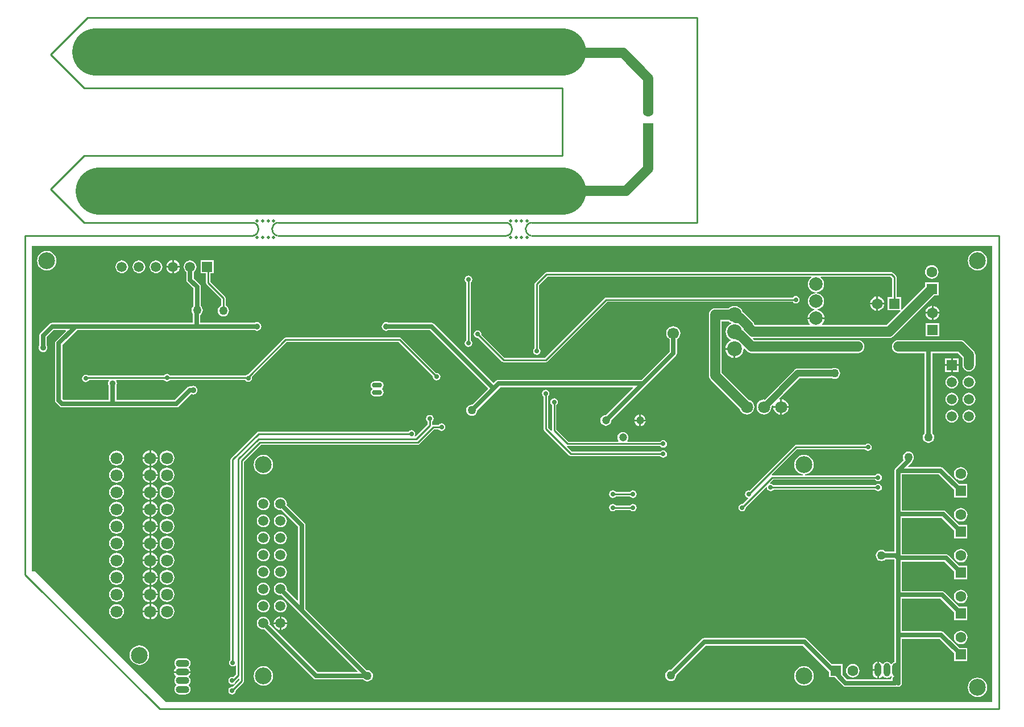
<source format=gbl>
%FSLAX25Y25*%
%MOIN*%
G70*
G01*
G75*
G04 Layer_Physical_Order=2*
G04 Layer_Color=16711680*
%ADD10R,0.05118X0.05512*%
%ADD11R,0.05512X0.05118*%
%ADD12R,0.07874X0.02756*%
%ADD13R,0.03937X0.04331*%
%ADD14R,0.04331X0.03937*%
%ADD15R,0.11811X0.09055*%
%ADD16R,0.24016X0.40000*%
%ADD17R,0.07874X0.02362*%
%ADD18R,0.02362X0.06102*%
%ADD19C,0.03937*%
%ADD20C,0.01000*%
%ADD21C,0.02756*%
%ADD22C,0.05906*%
%ADD23C,0.01969*%
%ADD24C,0.07874*%
%ADD25C,0.01575*%
%ADD26C,0.27559*%
%ADD27C,0.07874*%
%ADD28O,0.05906X0.02953*%
%ADD29C,0.07087*%
%ADD30C,0.09843*%
%ADD31C,0.05906*%
%ADD32C,0.08661*%
%ADD33R,0.06299X0.06299*%
%ADD34C,0.06299*%
%ADD35R,0.06299X0.06299*%
%ADD36R,0.05906X0.05906*%
%ADD37C,0.04724*%
%ADD38C,0.01969*%
%ADD39R,0.05906X0.05906*%
%ADD40O,0.03937X0.07874*%
%ADD41O,0.07874X0.04331*%
%ADD42C,0.05000*%
%ADD43C,0.02756*%
%ADD44C,0.03543*%
%ADD45C,0.06693*%
G36*
X566929Y3937D02*
X82677D01*
X5906Y80709D01*
X3937D01*
Y271654D01*
X566929D01*
Y3937D01*
D02*
G37*
%LPC*%
G36*
X73728Y91682D02*
Y87665D01*
X77745D01*
X77655Y88351D01*
X77197Y89457D01*
X76469Y90406D01*
X75520Y91134D01*
X74414Y91592D01*
X73728Y91682D01*
D02*
G37*
G36*
X72728Y96665D02*
X68712D01*
X68802Y95979D01*
X69260Y94874D01*
X69988Y93925D01*
X70937Y93197D01*
X72042Y92739D01*
X72728Y92649D01*
Y96665D01*
D02*
G37*
G36*
X149606Y94087D02*
X148630Y93959D01*
X147720Y93582D01*
X146939Y92983D01*
X146339Y92201D01*
X145962Y91291D01*
X145834Y90315D01*
X145962Y89339D01*
X146339Y88429D01*
X146939Y87647D01*
X147720Y87048D01*
X148630Y86671D01*
X149606Y86542D01*
X150583Y86671D01*
X151493Y87048D01*
X152274Y87647D01*
X152873Y88429D01*
X153250Y89339D01*
X153379Y90315D01*
X153250Y91291D01*
X152873Y92201D01*
X152274Y92983D01*
X151493Y93582D01*
X150583Y93959D01*
X149606Y94087D01*
D02*
G37*
G36*
X72728Y91682D02*
X72042Y91592D01*
X70937Y91134D01*
X69988Y90406D01*
X69260Y89457D01*
X68802Y88351D01*
X68712Y87665D01*
X72728D01*
Y91682D01*
D02*
G37*
G36*
X83071Y101533D02*
X81940Y101385D01*
X80887Y100948D01*
X79982Y100254D01*
X79288Y99349D01*
X78852Y98296D01*
X78703Y97165D01*
X78852Y96035D01*
X79288Y94981D01*
X79982Y94077D01*
X80887Y93383D01*
X81940Y92946D01*
X83071Y92797D01*
X84201Y92946D01*
X85255Y93383D01*
X86160Y94077D01*
X86854Y94981D01*
X87290Y96035D01*
X87439Y97165D01*
X87290Y98296D01*
X86854Y99349D01*
X86160Y100254D01*
X85255Y100948D01*
X84201Y101385D01*
X83071Y101533D01*
D02*
G37*
G36*
X139606Y104087D02*
X138630Y103959D01*
X137720Y103582D01*
X136939Y102982D01*
X136339Y102201D01*
X135962Y101291D01*
X135834Y100315D01*
X135962Y99339D01*
X136339Y98429D01*
X136939Y97648D01*
X137720Y97048D01*
X138630Y96671D01*
X139606Y96543D01*
X140583Y96671D01*
X141492Y97048D01*
X142274Y97648D01*
X142873Y98429D01*
X143250Y99339D01*
X143379Y100315D01*
X143250Y101291D01*
X142873Y102201D01*
X142274Y102982D01*
X141492Y103582D01*
X140583Y103959D01*
X139606Y104087D01*
D02*
G37*
G36*
X77745Y96665D02*
X73728D01*
Y92649D01*
X74414Y92739D01*
X75520Y93197D01*
X76469Y93925D01*
X77197Y94874D01*
X77655Y95979D01*
X77745Y96665D01*
D02*
G37*
G36*
X53543Y101533D02*
X52413Y101385D01*
X51359Y100948D01*
X50455Y100254D01*
X49760Y99349D01*
X49324Y98296D01*
X49175Y97165D01*
X49324Y96035D01*
X49760Y94981D01*
X50455Y94077D01*
X51359Y93383D01*
X52413Y92946D01*
X53543Y92797D01*
X54674Y92946D01*
X55727Y93383D01*
X56632Y94077D01*
X57326Y94981D01*
X57762Y96035D01*
X57911Y97165D01*
X57762Y98296D01*
X57326Y99349D01*
X56632Y100254D01*
X55727Y100948D01*
X54674Y101385D01*
X53543Y101533D01*
D02*
G37*
G36*
X139606Y94087D02*
X138630Y93959D01*
X137720Y93582D01*
X136939Y92983D01*
X136339Y92201D01*
X135962Y91291D01*
X135834Y90315D01*
X135962Y89339D01*
X136339Y88429D01*
X136939Y87647D01*
X137720Y87048D01*
X138630Y86671D01*
X139606Y86542D01*
X140583Y86671D01*
X141492Y87048D01*
X142274Y87647D01*
X142873Y88429D01*
X143250Y89339D01*
X143379Y90315D01*
X143250Y91291D01*
X142873Y92201D01*
X142274Y92983D01*
X141492Y93582D01*
X140583Y93959D01*
X139606Y94087D01*
D02*
G37*
G36*
X73728Y81682D02*
Y77665D01*
X77745D01*
X77655Y78351D01*
X77197Y79457D01*
X76469Y80406D01*
X75520Y81134D01*
X74414Y81592D01*
X73728Y81682D01*
D02*
G37*
G36*
X72728Y86665D02*
X68712D01*
X68802Y85979D01*
X69260Y84874D01*
X69988Y83925D01*
X70937Y83197D01*
X72042Y82739D01*
X72728Y82649D01*
Y86665D01*
D02*
G37*
G36*
X149606Y84087D02*
X148630Y83959D01*
X147720Y83582D01*
X146939Y82982D01*
X146339Y82201D01*
X145962Y81291D01*
X145834Y80315D01*
X145962Y79339D01*
X146339Y78429D01*
X146939Y77648D01*
X147720Y77048D01*
X148630Y76671D01*
X149606Y76543D01*
X150583Y76671D01*
X151493Y77048D01*
X152274Y77648D01*
X152873Y78429D01*
X153250Y79339D01*
X153379Y80315D01*
X153250Y81291D01*
X152873Y82201D01*
X152274Y82982D01*
X151493Y83582D01*
X150583Y83959D01*
X149606Y84087D01*
D02*
G37*
G36*
X72728Y81682D02*
X72042Y81592D01*
X70937Y81134D01*
X69988Y80406D01*
X69260Y79457D01*
X68802Y78351D01*
X68712Y77665D01*
X72728D01*
Y81682D01*
D02*
G37*
G36*
X83071Y91533D02*
X81940Y91385D01*
X80887Y90948D01*
X79982Y90254D01*
X79288Y89349D01*
X78852Y88296D01*
X78703Y87165D01*
X78852Y86035D01*
X79288Y84981D01*
X79982Y84077D01*
X80887Y83382D01*
X81940Y82946D01*
X83071Y82797D01*
X84201Y82946D01*
X85255Y83382D01*
X86160Y84077D01*
X86854Y84981D01*
X87290Y86035D01*
X87439Y87165D01*
X87290Y88296D01*
X86854Y89349D01*
X86160Y90254D01*
X85255Y90948D01*
X84201Y91385D01*
X83071Y91533D01*
D02*
G37*
G36*
X548425Y93892D02*
X547397Y93757D01*
X546440Y93360D01*
X545617Y92729D01*
X544986Y91907D01*
X544590Y90949D01*
X544454Y89921D01*
X544590Y88894D01*
X544986Y87936D01*
X545617Y87113D01*
X546440Y86482D01*
X547397Y86086D01*
X548425Y85950D01*
X549453Y86086D01*
X550411Y86482D01*
X551233Y87113D01*
X551864Y87936D01*
X552261Y88894D01*
X552396Y89921D01*
X552261Y90949D01*
X551864Y91907D01*
X551233Y92729D01*
X550411Y93360D01*
X549453Y93757D01*
X548425Y93892D01*
D02*
G37*
G36*
X77745Y86665D02*
X73728D01*
Y82649D01*
X74414Y82739D01*
X75520Y83197D01*
X76469Y83925D01*
X77197Y84874D01*
X77655Y85979D01*
X77745Y86665D01*
D02*
G37*
G36*
X53543Y91533D02*
X52413Y91385D01*
X51359Y90948D01*
X50455Y90254D01*
X49760Y89349D01*
X49324Y88296D01*
X49175Y87165D01*
X49324Y86035D01*
X49760Y84981D01*
X50455Y84077D01*
X51359Y83382D01*
X52413Y82946D01*
X53543Y82797D01*
X54674Y82946D01*
X55727Y83382D01*
X56632Y84077D01*
X57326Y84981D01*
X57762Y86035D01*
X57911Y87165D01*
X57762Y88296D01*
X57326Y89349D01*
X56632Y90254D01*
X55727Y90948D01*
X54674Y91385D01*
X53543Y91533D01*
D02*
G37*
G36*
X149606Y104087D02*
X148630Y103959D01*
X147720Y103582D01*
X146939Y102982D01*
X146339Y102201D01*
X145962Y101291D01*
X145834Y100315D01*
X145962Y99339D01*
X146339Y98429D01*
X146939Y97648D01*
X147720Y97048D01*
X148630Y96671D01*
X149606Y96543D01*
X150583Y96671D01*
X151493Y97048D01*
X152274Y97648D01*
X152873Y98429D01*
X153250Y99339D01*
X153379Y100315D01*
X153250Y101291D01*
X152873Y102201D01*
X152274Y102982D01*
X151493Y103582D01*
X150583Y103959D01*
X149606Y104087D01*
D02*
G37*
G36*
X72728Y116665D02*
X68712D01*
X68802Y115979D01*
X69260Y114874D01*
X69988Y113925D01*
X70937Y113197D01*
X72042Y112739D01*
X72728Y112649D01*
Y116665D01*
D02*
G37*
G36*
X77745D02*
X73728D01*
Y112649D01*
X74414Y112739D01*
X75520Y113197D01*
X76469Y113925D01*
X77197Y114874D01*
X77655Y115979D01*
X77745Y116665D01*
D02*
G37*
G36*
X73728Y111682D02*
Y107665D01*
X77745D01*
X77655Y108351D01*
X77197Y109457D01*
X76469Y110406D01*
X75520Y111134D01*
X74414Y111592D01*
X73728Y111682D01*
D02*
G37*
G36*
X548425Y117908D02*
X547397Y117773D01*
X546440Y117376D01*
X545617Y116745D01*
X544986Y115922D01*
X544590Y114965D01*
X544454Y113937D01*
X544590Y112909D01*
X544986Y111951D01*
X545617Y111129D01*
X546440Y110498D01*
X547397Y110101D01*
X548425Y109966D01*
X549453Y110101D01*
X550411Y110498D01*
X551233Y111129D01*
X551864Y111951D01*
X552261Y112909D01*
X552396Y113937D01*
X552261Y114965D01*
X551864Y115922D01*
X551233Y116745D01*
X550411Y117376D01*
X549453Y117773D01*
X548425Y117908D01*
D02*
G37*
G36*
X139606Y124087D02*
X138630Y123959D01*
X137720Y123582D01*
X136939Y122983D01*
X136339Y122201D01*
X135962Y121291D01*
X135834Y120315D01*
X135962Y119339D01*
X136339Y118429D01*
X136939Y117648D01*
X137720Y117048D01*
X138630Y116671D01*
X139606Y116542D01*
X140583Y116671D01*
X141492Y117048D01*
X142274Y117648D01*
X142873Y118429D01*
X143250Y119339D01*
X143379Y120315D01*
X143250Y121291D01*
X142873Y122201D01*
X142274Y122983D01*
X141492Y123582D01*
X140583Y123959D01*
X139606Y124087D01*
D02*
G37*
G36*
X72728Y121682D02*
X72042Y121592D01*
X70937Y121134D01*
X69988Y120406D01*
X69260Y119457D01*
X68802Y118351D01*
X68712Y117665D01*
X72728D01*
Y121682D01*
D02*
G37*
G36*
X53543Y121533D02*
X52413Y121385D01*
X51359Y120948D01*
X50455Y120254D01*
X49760Y119349D01*
X49324Y118296D01*
X49175Y117165D01*
X49324Y116035D01*
X49760Y114981D01*
X50455Y114077D01*
X51359Y113382D01*
X52413Y112946D01*
X53543Y112797D01*
X54674Y112946D01*
X55727Y113382D01*
X56632Y114077D01*
X57326Y114981D01*
X57762Y116035D01*
X57911Y117165D01*
X57762Y118296D01*
X57326Y119349D01*
X56632Y120254D01*
X55727Y120948D01*
X54674Y121385D01*
X53543Y121533D01*
D02*
G37*
G36*
X83071D02*
X81940Y121385D01*
X80887Y120948D01*
X79982Y120254D01*
X79288Y119349D01*
X78852Y118296D01*
X78703Y117165D01*
X78852Y116035D01*
X79288Y114981D01*
X79982Y114077D01*
X80887Y113382D01*
X81940Y112946D01*
X83071Y112797D01*
X84201Y112946D01*
X85255Y113382D01*
X86160Y114077D01*
X86854Y114981D01*
X87290Y116035D01*
X87439Y117165D01*
X87290Y118296D01*
X86854Y119349D01*
X86160Y120254D01*
X85255Y120948D01*
X84201Y121385D01*
X83071Y121533D01*
D02*
G37*
G36*
X72728Y111682D02*
X72042Y111592D01*
X70937Y111134D01*
X69988Y110406D01*
X69260Y109457D01*
X68802Y108351D01*
X68712Y107665D01*
X72728D01*
Y111682D01*
D02*
G37*
G36*
Y106665D02*
X68712D01*
X68802Y105979D01*
X69260Y104874D01*
X69988Y103925D01*
X70937Y103197D01*
X72042Y102739D01*
X72728Y102649D01*
Y106665D01*
D02*
G37*
G36*
X77745D02*
X73728D01*
Y102649D01*
X74414Y102739D01*
X75520Y103197D01*
X76469Y103925D01*
X77197Y104874D01*
X77655Y105979D01*
X77745Y106665D01*
D02*
G37*
G36*
X72728Y101682D02*
X72042Y101592D01*
X70937Y101134D01*
X69988Y100406D01*
X69260Y99457D01*
X68802Y98351D01*
X68712Y97665D01*
X72728D01*
Y101682D01*
D02*
G37*
G36*
X73728D02*
Y97665D01*
X77745D01*
X77655Y98351D01*
X77197Y99457D01*
X76469Y100406D01*
X75520Y101134D01*
X74414Y101592D01*
X73728Y101682D01*
D02*
G37*
G36*
X139606Y114087D02*
X138630Y113959D01*
X137720Y113582D01*
X136939Y112982D01*
X136339Y112201D01*
X135962Y111291D01*
X135834Y110315D01*
X135962Y109339D01*
X136339Y108429D01*
X136939Y107648D01*
X137720Y107048D01*
X138630Y106671D01*
X139606Y106543D01*
X140583Y106671D01*
X141492Y107048D01*
X142274Y107648D01*
X142873Y108429D01*
X143250Y109339D01*
X143379Y110315D01*
X143250Y111291D01*
X142873Y112201D01*
X142274Y112982D01*
X141492Y113582D01*
X140583Y113959D01*
X139606Y114087D01*
D02*
G37*
G36*
X149606D02*
X148630Y113959D01*
X147720Y113582D01*
X146939Y112982D01*
X146339Y112201D01*
X145962Y111291D01*
X145834Y110315D01*
X145962Y109339D01*
X146339Y108429D01*
X146939Y107648D01*
X147720Y107048D01*
X148630Y106671D01*
X149606Y106543D01*
X150583Y106671D01*
X151493Y107048D01*
X152274Y107648D01*
X152873Y108429D01*
X153250Y109339D01*
X153379Y110315D01*
X153250Y111291D01*
X152873Y112201D01*
X152274Y112982D01*
X151493Y113582D01*
X150583Y113959D01*
X149606Y114087D01*
D02*
G37*
G36*
X53543Y111533D02*
X52413Y111385D01*
X51359Y110948D01*
X50455Y110254D01*
X49760Y109349D01*
X49324Y108296D01*
X49175Y107165D01*
X49324Y106035D01*
X49760Y104981D01*
X50455Y104077D01*
X51359Y103383D01*
X52413Y102946D01*
X53543Y102797D01*
X54674Y102946D01*
X55727Y103383D01*
X56632Y104077D01*
X57326Y104981D01*
X57762Y106035D01*
X57911Y107165D01*
X57762Y108296D01*
X57326Y109349D01*
X56632Y110254D01*
X55727Y110948D01*
X54674Y111385D01*
X53543Y111533D01*
D02*
G37*
G36*
X83071D02*
X81940Y111385D01*
X80887Y110948D01*
X79982Y110254D01*
X79288Y109349D01*
X78852Y108296D01*
X78703Y107165D01*
X78852Y106035D01*
X79288Y104981D01*
X79982Y104077D01*
X80887Y103383D01*
X81940Y102946D01*
X83071Y102797D01*
X84201Y102946D01*
X85255Y103383D01*
X86160Y104077D01*
X86854Y104981D01*
X87290Y106035D01*
X87439Y107165D01*
X87290Y108296D01*
X86854Y109349D01*
X86160Y110254D01*
X85255Y110948D01*
X84201Y111385D01*
X83071Y111533D01*
D02*
G37*
G36*
X139606Y84087D02*
X138630Y83959D01*
X137720Y83582D01*
X136939Y82982D01*
X136339Y82201D01*
X135962Y81291D01*
X135834Y80315D01*
X135962Y79339D01*
X136339Y78429D01*
X136939Y77648D01*
X137720Y77048D01*
X138630Y76671D01*
X139606Y76543D01*
X140583Y76671D01*
X141492Y77048D01*
X142274Y77648D01*
X142873Y78429D01*
X143250Y79339D01*
X143379Y80315D01*
X143250Y81291D01*
X142873Y82201D01*
X142274Y82982D01*
X141492Y83582D01*
X140583Y83959D01*
X139606Y84087D01*
D02*
G37*
G36*
X153527Y49815D02*
X150106D01*
Y46394D01*
X150638Y46464D01*
X151600Y46862D01*
X152425Y47496D01*
X153059Y48322D01*
X153457Y49283D01*
X153527Y49815D01*
D02*
G37*
G36*
X149106Y54236D02*
X148574Y54166D01*
X147613Y53768D01*
X146787Y53134D01*
X146154Y52308D01*
X145755Y51347D01*
X145685Y50815D01*
X149106D01*
Y54236D01*
D02*
G37*
G36*
X548425Y45861D02*
X547397Y45725D01*
X546440Y45329D01*
X545617Y44698D01*
X544986Y43875D01*
X544590Y42917D01*
X544454Y41890D01*
X544590Y40862D01*
X544986Y39904D01*
X545617Y39082D01*
X546440Y38451D01*
X547397Y38054D01*
X548425Y37919D01*
X549453Y38054D01*
X550411Y38451D01*
X551233Y39082D01*
X551864Y39904D01*
X552261Y40862D01*
X552396Y41890D01*
X552261Y42917D01*
X551864Y43875D01*
X551233Y44698D01*
X550411Y45329D01*
X549453Y45725D01*
X548425Y45861D01*
D02*
G37*
G36*
X149106Y49815D02*
X145685D01*
X145755Y49283D01*
X146154Y48322D01*
X146787Y47496D01*
X147613Y46862D01*
X148574Y46464D01*
X149106Y46394D01*
Y49815D01*
D02*
G37*
G36*
X77745Y56587D02*
X73728D01*
Y52570D01*
X74414Y52660D01*
X75520Y53118D01*
X76469Y53846D01*
X77197Y54795D01*
X77655Y55901D01*
X77745Y56587D01*
D02*
G37*
G36*
X53543Y61455D02*
X52413Y61306D01*
X51359Y60869D01*
X50455Y60175D01*
X49760Y59271D01*
X49324Y58217D01*
X49175Y57087D01*
X49324Y55956D01*
X49760Y54903D01*
X50455Y53998D01*
X51359Y53304D01*
X52413Y52867D01*
X53543Y52719D01*
X54674Y52867D01*
X55727Y53304D01*
X56632Y53998D01*
X57326Y54903D01*
X57762Y55956D01*
X57911Y57087D01*
X57762Y58217D01*
X57326Y59271D01*
X56632Y60175D01*
X55727Y60869D01*
X54674Y61306D01*
X53543Y61455D01*
D02*
G37*
G36*
X150106Y54236D02*
Y50815D01*
X153527D01*
X153457Y51347D01*
X153059Y52308D01*
X152425Y53134D01*
X151600Y53768D01*
X150638Y54166D01*
X150106Y54236D01*
D02*
G37*
G36*
X72728Y56587D02*
X68712D01*
X68802Y55901D01*
X69260Y54795D01*
X69988Y53846D01*
X70937Y53118D01*
X72042Y52660D01*
X72728Y52570D01*
Y56587D01*
D02*
G37*
G36*
X66929Y37254D02*
X65439Y37058D01*
X64050Y36483D01*
X62858Y35568D01*
X61943Y34375D01*
X61367Y32986D01*
X61171Y31496D01*
X61367Y30006D01*
X61943Y28617D01*
X62858Y27425D01*
X64050Y26510D01*
X65439Y25934D01*
X66929Y25738D01*
X68419Y25934D01*
X69808Y26510D01*
X71001Y27425D01*
X71916Y28617D01*
X72491Y30006D01*
X72687Y31496D01*
X72491Y32986D01*
X71916Y34375D01*
X71001Y35568D01*
X69808Y36483D01*
X68419Y37058D01*
X66929Y37254D01*
D02*
G37*
G36*
X139606Y25049D02*
X138116Y24853D01*
X136727Y24278D01*
X135535Y23363D01*
X134620Y22170D01*
X134045Y20782D01*
X133848Y19291D01*
X134045Y17801D01*
X134620Y16412D01*
X135535Y15220D01*
X136727Y14305D01*
X138116Y13730D01*
X139606Y13533D01*
X141097Y13730D01*
X142485Y14305D01*
X143678Y15220D01*
X144593Y16412D01*
X145168Y17801D01*
X145364Y19291D01*
X145168Y20782D01*
X144593Y22170D01*
X143678Y23363D01*
X142485Y24278D01*
X141097Y24853D01*
X139606Y25049D01*
D02*
G37*
G36*
X456535D02*
X455045Y24853D01*
X453656Y24278D01*
X452464Y23363D01*
X451549Y22170D01*
X450974Y20782D01*
X450777Y19291D01*
X450974Y17801D01*
X451549Y16412D01*
X452464Y15220D01*
X453656Y14305D01*
X455045Y13730D01*
X456535Y13533D01*
X458026Y13730D01*
X459414Y14305D01*
X460607Y15220D01*
X461522Y16412D01*
X462097Y17801D01*
X462293Y19291D01*
X462097Y20782D01*
X461522Y22170D01*
X460607Y23363D01*
X459414Y24278D01*
X458026Y24853D01*
X456535Y25049D01*
D02*
G37*
G36*
X558268Y18356D02*
X556777Y18160D01*
X555389Y17585D01*
X554196Y16670D01*
X553281Y15477D01*
X552706Y14089D01*
X552510Y12598D01*
X552706Y11108D01*
X553281Y9719D01*
X554196Y8527D01*
X555389Y7612D01*
X556777Y7037D01*
X558268Y6841D01*
X559758Y7037D01*
X561147Y7612D01*
X562339Y8527D01*
X563254Y9719D01*
X563829Y11108D01*
X564026Y12598D01*
X563829Y14089D01*
X563254Y15477D01*
X562339Y16670D01*
X561147Y17585D01*
X559758Y18160D01*
X558268Y18356D01*
D02*
G37*
G36*
X97025Y21154D02*
X87227D01*
X87270Y20827D01*
X87589Y20057D01*
X88097Y19396D01*
X88339Y19210D01*
Y18711D01*
X88248Y18641D01*
X87775Y18024D01*
X87478Y17306D01*
X87376Y16535D01*
X87478Y15765D01*
X87775Y15046D01*
X88248Y14430D01*
X88513Y14226D01*
Y13726D01*
X88248Y13523D01*
X87775Y12906D01*
X87478Y12188D01*
X87376Y11417D01*
X87478Y10646D01*
X87775Y9928D01*
X88248Y9311D01*
X88865Y8838D01*
X89583Y8541D01*
X90354Y8439D01*
X93898D01*
X94669Y8541D01*
X95387Y8838D01*
X96004Y9311D01*
X96477Y9928D01*
X96774Y10646D01*
X96876Y11417D01*
X96774Y12188D01*
X96477Y12906D01*
X96004Y13523D01*
X95739Y13726D01*
Y14226D01*
X96004Y14430D01*
X96477Y15046D01*
X96774Y15765D01*
X96876Y16535D01*
X96774Y17306D01*
X96477Y18024D01*
X96004Y18641D01*
X95913Y18711D01*
Y19210D01*
X96155Y19396D01*
X96663Y20057D01*
X96982Y20827D01*
X97025Y21154D01*
D02*
G37*
G36*
X93898Y29750D02*
X90354D01*
X89583Y29648D01*
X88865Y29351D01*
X88248Y28878D01*
X87775Y28261D01*
X87478Y27542D01*
X87376Y26772D01*
X87478Y26001D01*
X87775Y25282D01*
X88248Y24666D01*
X88339Y24597D01*
Y24097D01*
X88097Y23911D01*
X87589Y23250D01*
X87270Y22480D01*
X87227Y22153D01*
X97025D01*
X96982Y22480D01*
X96663Y23250D01*
X96155Y23911D01*
X95913Y24097D01*
Y24597D01*
X96004Y24666D01*
X96477Y25282D01*
X96774Y26001D01*
X96876Y26772D01*
X96774Y27542D01*
X96477Y28261D01*
X96004Y28878D01*
X95387Y29351D01*
X94669Y29648D01*
X93898Y29750D01*
D02*
G37*
G36*
X499382Y27731D02*
X499107Y27695D01*
X498385Y27396D01*
X497765Y26920D01*
X497289Y26300D01*
X496990Y25578D01*
X496888Y24803D01*
Y23335D01*
X499382D01*
Y27731D01*
D02*
G37*
G36*
Y22335D02*
X496888D01*
Y20866D01*
X496990Y20091D01*
X497289Y19369D01*
X497765Y18749D01*
X498385Y18273D01*
X499107Y17974D01*
X499382Y17938D01*
Y22335D01*
D02*
G37*
G36*
X485197Y26412D02*
X484169Y26277D01*
X483211Y25880D01*
X482389Y25249D01*
X481758Y24426D01*
X481361Y23469D01*
X481226Y22441D01*
X481361Y21413D01*
X481758Y20456D01*
X482389Y19633D01*
X483211Y19002D01*
X484169Y18605D01*
X485197Y18470D01*
X486225Y18605D01*
X487182Y19002D01*
X488005Y19633D01*
X488636Y20456D01*
X489033Y21413D01*
X489168Y22441D01*
X489033Y23469D01*
X488636Y24426D01*
X488005Y25249D01*
X487182Y25880D01*
X486225Y26277D01*
X485197Y26412D01*
D02*
G37*
G36*
X83071Y61455D02*
X81940Y61306D01*
X80887Y60869D01*
X79982Y60175D01*
X79288Y59271D01*
X78852Y58217D01*
X78703Y57087D01*
X78852Y55956D01*
X79288Y54903D01*
X79982Y53998D01*
X80887Y53304D01*
X81940Y52867D01*
X83071Y52719D01*
X84201Y52867D01*
X85255Y53304D01*
X86160Y53998D01*
X86854Y54903D01*
X87290Y55956D01*
X87439Y57087D01*
X87290Y58217D01*
X86854Y59271D01*
X86160Y60175D01*
X85255Y60869D01*
X84201Y61306D01*
X83071Y61455D01*
D02*
G37*
G36*
X72728Y71603D02*
X72042Y71513D01*
X70937Y71055D01*
X69988Y70327D01*
X69260Y69378D01*
X68802Y68273D01*
X68712Y67587D01*
X72728D01*
Y71603D01*
D02*
G37*
G36*
X73728D02*
Y67587D01*
X77745D01*
X77655Y68273D01*
X77197Y69378D01*
X76469Y70327D01*
X75520Y71055D01*
X74414Y71513D01*
X73728Y71603D01*
D02*
G37*
G36*
X149606Y124087D02*
X148630Y123959D01*
X147720Y123582D01*
X146939Y122983D01*
X146339Y122201D01*
X145962Y121291D01*
X145834Y120315D01*
X145962Y119339D01*
X146339Y118429D01*
X146939Y117648D01*
X147720Y117048D01*
X148630Y116671D01*
X149606Y116542D01*
X150181Y116618D01*
X159918Y106881D01*
Y63779D01*
X159456Y63587D01*
X153303Y69740D01*
X153379Y70315D01*
X153250Y71291D01*
X152873Y72201D01*
X152274Y72983D01*
X151493Y73582D01*
X150583Y73959D01*
X149606Y74087D01*
X148630Y73959D01*
X147720Y73582D01*
X146939Y72983D01*
X146339Y72201D01*
X145962Y71291D01*
X145834Y70315D01*
X145962Y69339D01*
X146339Y68429D01*
X146939Y67647D01*
X147720Y67048D01*
X148630Y66671D01*
X149606Y66543D01*
X150181Y66618D01*
X160565Y56234D01*
X194720Y22079D01*
X194528Y21617D01*
X171426D01*
X143303Y49740D01*
X143379Y50315D01*
X143250Y51291D01*
X142873Y52201D01*
X142274Y52982D01*
X141492Y53582D01*
X140583Y53959D01*
X139606Y54087D01*
X138630Y53959D01*
X137720Y53582D01*
X136939Y52982D01*
X136339Y52201D01*
X135962Y51291D01*
X135834Y50315D01*
X135962Y49339D01*
X136339Y48429D01*
X136939Y47648D01*
X137720Y47048D01*
X138630Y46671D01*
X139606Y46543D01*
X140181Y46618D01*
X168951Y17848D01*
X169667Y17370D01*
X170512Y17202D01*
X198062D01*
X198167Y17065D01*
X198854Y16538D01*
X199654Y16207D01*
X200512Y16094D01*
X201370Y16207D01*
X202170Y16538D01*
X202856Y17065D01*
X203383Y17752D01*
X203715Y18551D01*
X203828Y19410D01*
X203715Y20268D01*
X203383Y21067D01*
X202856Y21754D01*
X202170Y22281D01*
X201370Y22612D01*
X200512Y22725D01*
X200341Y22703D01*
X164334Y58710D01*
Y107795D01*
X164166Y108640D01*
X163687Y109356D01*
X153303Y119740D01*
X153379Y120315D01*
X153250Y121291D01*
X152873Y122201D01*
X152274Y122983D01*
X151493Y123582D01*
X150583Y123959D01*
X149606Y124087D01*
D02*
G37*
G36*
X139606Y74087D02*
X138630Y73959D01*
X137720Y73582D01*
X136939Y72983D01*
X136339Y72201D01*
X135962Y71291D01*
X135834Y70315D01*
X135962Y69339D01*
X136339Y68429D01*
X136939Y67647D01*
X137720Y67048D01*
X138630Y66671D01*
X139606Y66543D01*
X140583Y66671D01*
X141492Y67048D01*
X142274Y67647D01*
X142873Y68429D01*
X143250Y69339D01*
X143379Y70315D01*
X143250Y71291D01*
X142873Y72201D01*
X142274Y72983D01*
X141492Y73582D01*
X140583Y73959D01*
X139606Y74087D01*
D02*
G37*
G36*
X53543Y81533D02*
X52413Y81385D01*
X51359Y80948D01*
X50455Y80254D01*
X49760Y79349D01*
X49324Y78296D01*
X49175Y77165D01*
X49324Y76035D01*
X49760Y74981D01*
X50455Y74077D01*
X51359Y73383D01*
X52413Y72946D01*
X53543Y72797D01*
X54674Y72946D01*
X55727Y73383D01*
X56632Y74077D01*
X57326Y74981D01*
X57762Y76035D01*
X57911Y77165D01*
X57762Y78296D01*
X57326Y79349D01*
X56632Y80254D01*
X55727Y80948D01*
X54674Y81385D01*
X53543Y81533D01*
D02*
G37*
G36*
X83071D02*
X81940Y81385D01*
X80887Y80948D01*
X79982Y80254D01*
X79288Y79349D01*
X78852Y78296D01*
X78703Y77165D01*
X78852Y76035D01*
X79288Y74981D01*
X79982Y74077D01*
X80887Y73383D01*
X81940Y72946D01*
X83071Y72797D01*
X84201Y72946D01*
X85255Y73383D01*
X86160Y74077D01*
X86854Y74981D01*
X87290Y76035D01*
X87439Y77165D01*
X87290Y78296D01*
X86854Y79349D01*
X86160Y80254D01*
X85255Y80948D01*
X84201Y81385D01*
X83071Y81533D01*
D02*
G37*
G36*
X72728Y76665D02*
X68712D01*
X68802Y75979D01*
X69260Y74874D01*
X69988Y73925D01*
X70937Y73197D01*
X72042Y72739D01*
X72728Y72649D01*
Y76665D01*
D02*
G37*
G36*
X77745D02*
X73728D01*
Y72649D01*
X74414Y72739D01*
X75520Y73197D01*
X76469Y73925D01*
X77197Y74874D01*
X77655Y75979D01*
X77745Y76665D01*
D02*
G37*
G36*
X83071Y71455D02*
X81940Y71306D01*
X80887Y70869D01*
X79982Y70175D01*
X79288Y69271D01*
X78852Y68217D01*
X78703Y67087D01*
X78852Y65956D01*
X79288Y64903D01*
X79982Y63998D01*
X80887Y63304D01*
X81940Y62867D01*
X83071Y62718D01*
X84201Y62867D01*
X85255Y63304D01*
X86160Y63998D01*
X86854Y64903D01*
X87290Y65956D01*
X87439Y67087D01*
X87290Y68217D01*
X86854Y69271D01*
X86160Y70175D01*
X85255Y70869D01*
X84201Y71306D01*
X83071Y71455D01*
D02*
G37*
G36*
X72728Y61603D02*
X72042Y61513D01*
X70937Y61055D01*
X69988Y60327D01*
X69260Y59378D01*
X68802Y58273D01*
X68712Y57587D01*
X72728D01*
Y61603D01*
D02*
G37*
G36*
X73728D02*
Y57587D01*
X77745D01*
X77655Y58273D01*
X77197Y59378D01*
X76469Y60327D01*
X75520Y61055D01*
X74414Y61513D01*
X73728Y61603D01*
D02*
G37*
G36*
X139606Y64087D02*
X138630Y63959D01*
X137720Y63582D01*
X136939Y62982D01*
X136339Y62201D01*
X135962Y61291D01*
X135834Y60315D01*
X135962Y59339D01*
X136339Y58429D01*
X136939Y57648D01*
X137720Y57048D01*
X138630Y56671D01*
X139606Y56542D01*
X140583Y56671D01*
X141492Y57048D01*
X142274Y57648D01*
X142873Y58429D01*
X143250Y59339D01*
X143379Y60315D01*
X143250Y61291D01*
X142873Y62201D01*
X142274Y62982D01*
X141492Y63582D01*
X140583Y63959D01*
X139606Y64087D01*
D02*
G37*
G36*
X149606D02*
X148630Y63959D01*
X147720Y63582D01*
X146939Y62982D01*
X146339Y62201D01*
X145962Y61291D01*
X145834Y60315D01*
X145962Y59339D01*
X146339Y58429D01*
X146939Y57648D01*
X147720Y57048D01*
X148630Y56671D01*
X149606Y56542D01*
X150583Y56671D01*
X151493Y57048D01*
X152274Y57648D01*
X152873Y58429D01*
X153250Y59339D01*
X153379Y60315D01*
X153250Y61291D01*
X152873Y62201D01*
X152274Y62982D01*
X151493Y63582D01*
X150583Y63959D01*
X149606Y64087D01*
D02*
G37*
G36*
X77745Y66587D02*
X73728D01*
Y62570D01*
X74414Y62660D01*
X75520Y63118D01*
X76469Y63846D01*
X77197Y64795D01*
X77655Y65901D01*
X77745Y66587D01*
D02*
G37*
G36*
X53543Y71455D02*
X52413Y71306D01*
X51359Y70869D01*
X50455Y70175D01*
X49760Y69271D01*
X49324Y68217D01*
X49175Y67087D01*
X49324Y65956D01*
X49760Y64903D01*
X50455Y63998D01*
X51359Y63304D01*
X52413Y62867D01*
X53543Y62718D01*
X54674Y62867D01*
X55727Y63304D01*
X56632Y63998D01*
X57326Y64903D01*
X57762Y65956D01*
X57911Y67087D01*
X57762Y68217D01*
X57326Y69271D01*
X56632Y70175D01*
X55727Y70869D01*
X54674Y71306D01*
X53543Y71455D01*
D02*
G37*
G36*
X548425Y69876D02*
X547397Y69741D01*
X546440Y69345D01*
X545617Y68713D01*
X544986Y67891D01*
X544590Y66933D01*
X544454Y65905D01*
X544590Y64878D01*
X544986Y63920D01*
X545617Y63098D01*
X546440Y62467D01*
X547397Y62070D01*
X548425Y61935D01*
X549453Y62070D01*
X550411Y62467D01*
X551233Y63098D01*
X551864Y63920D01*
X552261Y64878D01*
X552396Y65905D01*
X552261Y66933D01*
X551864Y67891D01*
X551233Y68713D01*
X550411Y69345D01*
X549453Y69741D01*
X548425Y69876D01*
D02*
G37*
G36*
X72728Y66587D02*
X68712D01*
X68802Y65901D01*
X69260Y64795D01*
X69988Y63846D01*
X70937Y63118D01*
X72042Y62660D01*
X72728Y62570D01*
Y66587D01*
D02*
G37*
G36*
X73728Y121682D02*
Y117665D01*
X77745D01*
X77655Y118351D01*
X77197Y119457D01*
X76469Y120406D01*
X75520Y121134D01*
X74414Y121592D01*
X73728Y121682D01*
D02*
G37*
G36*
X415248Y210760D02*
X410437D01*
X410555Y209868D01*
X411092Y208572D01*
X411946Y207458D01*
X413060Y206604D01*
X414356Y206066D01*
X415248Y205949D01*
Y210760D01*
D02*
G37*
G36*
X259842Y254176D02*
X258998Y254008D01*
X258281Y253530D01*
X257803Y252813D01*
X257635Y251969D01*
X257803Y251124D01*
X258281Y250407D01*
X258530Y250241D01*
Y219213D01*
Y216294D01*
X258281Y216128D01*
X257803Y215412D01*
X257635Y214567D01*
X257803Y213722D01*
X258281Y213006D01*
X258998Y212527D01*
X259842Y212359D01*
X260687Y212527D01*
X261404Y213006D01*
X261882Y213722D01*
X262050Y214567D01*
X261882Y215412D01*
X261404Y216128D01*
X261155Y216294D01*
Y219213D01*
Y250241D01*
X261404Y250407D01*
X261882Y251124D01*
X262050Y251969D01*
X261882Y252813D01*
X261404Y253530D01*
X260687Y254008D01*
X259842Y254176D01*
D02*
G37*
G36*
X542807Y205724D02*
X539354D01*
Y202272D01*
X542807D01*
Y205724D01*
D02*
G37*
G36*
X547260D02*
X543807D01*
Y202272D01*
X547260D01*
Y205724D01*
D02*
G37*
G36*
X535827Y226378D02*
X527953D01*
Y218504D01*
X535827D01*
Y226378D01*
D02*
G37*
G36*
X531390Y231941D02*
X527770D01*
X527847Y231358D01*
X528265Y230348D01*
X528930Y229481D01*
X529797Y228816D01*
X530806Y228398D01*
X531390Y228321D01*
Y231941D01*
D02*
G37*
G36*
X536009D02*
X532390D01*
Y228321D01*
X532973Y228398D01*
X533983Y228816D01*
X534849Y229481D01*
X535514Y230348D01*
X535933Y231358D01*
X536009Y231941D01*
D02*
G37*
G36*
X507895Y256213D02*
X305572D01*
X305070Y256113D01*
X304644Y255828D01*
X298973Y250157D01*
X298688Y249731D01*
X298588Y249229D01*
Y248406D01*
X298587Y248401D01*
X298588Y248396D01*
X298608Y211648D01*
X298360Y211482D01*
X297882Y210766D01*
X297713Y209921D01*
X297882Y209076D01*
X298360Y208360D01*
X299076Y207882D01*
X299921Y207714D01*
X300766Y207882D01*
X301482Y208360D01*
X301961Y209076D01*
X302129Y209921D01*
X301961Y210766D01*
X301482Y211482D01*
X301233Y211649D01*
X301214Y248401D01*
Y248685D01*
X306116Y253587D01*
X460753D01*
X460923Y253087D01*
X460213Y252543D01*
X459456Y251556D01*
X458980Y250407D01*
X458817Y249173D01*
X458980Y247940D01*
X459456Y246791D01*
X460213Y245804D01*
X461200Y245046D01*
X462349Y244570D01*
X463227Y244455D01*
X463227D01*
X463451Y244425D01*
Y244423D01*
Y244406D01*
Y244377D01*
Y243969D01*
Y243940D01*
Y243924D01*
Y243921D01*
X463227Y243892D01*
D01*
X462349Y243776D01*
X461200Y243300D01*
X460213Y242543D01*
X459456Y241556D01*
X458980Y240407D01*
X458817Y239173D01*
X458980Y237940D01*
X459456Y236791D01*
X460213Y235804D01*
X461200Y235047D01*
X462349Y234570D01*
X462637Y234533D01*
Y234028D01*
X462294Y233983D01*
X461093Y233486D01*
X460062Y232694D01*
X459270Y231663D01*
X458773Y230462D01*
X458669Y229673D01*
X468497D01*
X468393Y230462D01*
X467895Y231663D01*
X467104Y232694D01*
X466073Y233486D01*
X464872Y233983D01*
X464529Y234028D01*
Y234533D01*
X464816Y234570D01*
X465965Y235047D01*
X466952Y235804D01*
X467709Y236791D01*
X468186Y237940D01*
X468348Y239173D01*
X468186Y240407D01*
X467709Y241556D01*
X466952Y242543D01*
X465965Y243300D01*
X464816Y243776D01*
X463939Y243892D01*
X463939D01*
X463714Y243921D01*
Y243924D01*
Y243940D01*
Y243969D01*
Y244377D01*
Y244406D01*
Y244423D01*
Y244425D01*
X463939Y244455D01*
D01*
X464816Y244570D01*
X465965Y245046D01*
X466952Y245804D01*
X467709Y246791D01*
X468186Y247940D01*
X468348Y249173D01*
X468186Y250407D01*
X467709Y251556D01*
X466952Y252543D01*
X466242Y253087D01*
X466412Y253587D01*
X507352D01*
X508136Y252803D01*
Y241732D01*
X505512D01*
Y233858D01*
X512855D01*
X513063Y233358D01*
X504934Y225229D01*
X467295D01*
X467163Y225729D01*
X467895Y226683D01*
X468393Y227884D01*
X468497Y228673D01*
X458669D01*
X458773Y227884D01*
X459270Y226683D01*
X460003Y225729D01*
X459870Y225229D01*
X427993D01*
X427336Y225887D01*
X427242Y226112D01*
X427086Y226489D01*
X426486Y227270D01*
X421759Y231998D01*
X420977Y232598D01*
X420683Y232719D01*
X420219Y233841D01*
X419398Y234910D01*
X418329Y235731D01*
X417084Y236246D01*
X415748Y236422D01*
X414412Y236246D01*
X413167Y235731D01*
X412257Y235032D01*
X404488D01*
X403512Y234904D01*
X402602Y234527D01*
X401821Y233927D01*
X401221Y233146D01*
X400844Y232236D01*
X400716Y231260D01*
Y195748D01*
X400844Y194772D01*
X401221Y193862D01*
X401821Y193080D01*
X418849Y176052D01*
X418852Y176035D01*
X419288Y174981D01*
X419982Y174077D01*
X420887Y173382D01*
X421940Y172946D01*
X423071Y172797D01*
X424201Y172946D01*
X425255Y173382D01*
X426160Y174077D01*
X426854Y174981D01*
X427290Y176035D01*
X427439Y177165D01*
X427290Y178296D01*
X426854Y179349D01*
X426160Y180254D01*
X425255Y180948D01*
X424201Y181385D01*
X424184Y181387D01*
X408261Y197311D01*
Y227487D01*
X412257D01*
X413167Y226789D01*
X413792Y226530D01*
Y225989D01*
X413167Y225730D01*
X412098Y224910D01*
X411277Y223841D01*
X410762Y222596D01*
X410586Y221260D01*
X410762Y219924D01*
X411277Y218679D01*
X412098Y217610D01*
X413167Y216789D01*
X413563Y216625D01*
Y216125D01*
X413060Y215916D01*
X411946Y215062D01*
X411092Y213948D01*
X410555Y212651D01*
X410437Y211760D01*
X415748D01*
Y211260D01*
X416248D01*
Y205949D01*
X417140Y206066D01*
X418436Y206604D01*
X419550Y207458D01*
X420404Y208572D01*
X420941Y209868D01*
X421125Y211260D01*
X421120Y211297D01*
X421568Y211519D01*
X423156Y209931D01*
X423937Y209331D01*
X424847Y208955D01*
X425823Y208826D01*
X488189D01*
X489165Y208955D01*
X490075Y209331D01*
X490857Y209931D01*
X491456Y210712D01*
X491833Y211622D01*
X491961Y212598D01*
X491833Y213575D01*
X491456Y214485D01*
X490857Y215266D01*
X490075Y215865D01*
X489165Y216242D01*
X488189Y216371D01*
X427386D01*
X426573Y217184D01*
X426780Y217684D01*
X506496D01*
X507472Y217813D01*
X508382Y218190D01*
X509164Y218789D01*
X532894Y242520D01*
X535433D01*
Y250394D01*
X527559D01*
Y247855D01*
X513886Y234181D01*
X513386Y234389D01*
Y241732D01*
X510761D01*
Y253346D01*
X510662Y253849D01*
X510377Y254275D01*
X508823Y255828D01*
X508398Y256113D01*
X507895Y256213D01*
D02*
G37*
G36*
X96693Y263221D02*
X95717Y263093D01*
X94807Y262716D01*
X94025Y262116D01*
X93426Y261335D01*
X93049Y260425D01*
X92921Y259449D01*
X93049Y258472D01*
X93426Y257563D01*
X94025Y256781D01*
X94485Y256429D01*
Y251732D01*
X94653Y250887D01*
X95132Y250171D01*
X98580Y246723D01*
Y236308D01*
X98443Y236203D01*
X97916Y235516D01*
X97585Y234716D01*
X97472Y233858D01*
X97585Y233000D01*
X97916Y232200D01*
X98186Y231848D01*
Y226617D01*
X15748D01*
X15748Y226617D01*
X14903Y226449D01*
X14187Y225971D01*
X8892Y220675D01*
X8413Y219959D01*
X8245Y219114D01*
Y213315D01*
X8217Y213279D01*
X7960Y212656D01*
X7872Y211988D01*
X7960Y211320D01*
X8217Y210698D01*
X8628Y210163D01*
X9162Y209753D01*
X9785Y209495D01*
X10453Y209407D01*
X11121Y209495D01*
X11743Y209753D01*
X12278Y210163D01*
X12688Y210698D01*
X12946Y211320D01*
X13034Y211988D01*
X12946Y212656D01*
X12688Y213279D01*
X12661Y213315D01*
Y218200D01*
X16662Y222202D01*
X23544D01*
X23736Y221740D01*
X18124Y216128D01*
X17645Y215412D01*
X17477Y214567D01*
Y181102D01*
X17645Y180257D01*
X18124Y179541D01*
X20092Y177573D01*
X20809Y177094D01*
X21654Y176926D01*
X88583D01*
X89428Y177094D01*
X90144Y177573D01*
X97282Y184711D01*
X97757Y184515D01*
X98425Y184427D01*
X99093Y184515D01*
X99716Y184773D01*
X100250Y185183D01*
X100661Y185717D01*
X100918Y186340D01*
X101006Y187008D01*
X100918Y187676D01*
X100661Y188298D01*
X100250Y188833D01*
X99716Y189243D01*
X99093Y189501D01*
X98425Y189589D01*
X97757Y189501D01*
X97135Y189243D01*
X97099Y189216D01*
X96457D01*
X95612Y189048D01*
X94896Y188569D01*
X87668Y181342D01*
X53389D01*
Y189618D01*
X53416Y189654D01*
X53674Y190277D01*
X53762Y190945D01*
X53674Y191613D01*
X53416Y192235D01*
X53215Y192498D01*
X53461Y192998D01*
X81363D01*
X81529Y192750D01*
X82246Y192271D01*
X83091Y192103D01*
X83935Y192271D01*
X84652Y192750D01*
X84818Y192998D01*
X128843D01*
X129167Y192514D01*
X129884Y192035D01*
X130728Y191867D01*
X131573Y192035D01*
X132290Y192514D01*
X132768Y193230D01*
X132936Y194075D01*
X132773Y194893D01*
X153103Y215223D01*
X219023D01*
X239032Y195214D01*
X238973Y194921D01*
X239141Y194076D01*
X239620Y193360D01*
X240336Y192882D01*
X241181Y192713D01*
X242026Y192882D01*
X242742Y193360D01*
X243221Y194076D01*
X243389Y194921D01*
X243221Y195766D01*
X242742Y196482D01*
X242026Y196961D01*
X241181Y197129D01*
X240888Y197071D01*
X220495Y217464D01*
X220069Y217748D01*
X219567Y217848D01*
X152559D01*
X152057Y217748D01*
X151631Y217464D01*
X130381Y196213D01*
X129884Y196115D01*
X129167Y195636D01*
X129159Y195624D01*
X84818D01*
X84652Y195872D01*
X83935Y196351D01*
X83091Y196519D01*
X82246Y196351D01*
X81529Y195872D01*
X81363Y195624D01*
X36797D01*
X36298Y195957D01*
X35453Y196125D01*
X34608Y195957D01*
X33892Y195478D01*
X33413Y194762D01*
X33245Y193917D01*
X33413Y193072D01*
X33892Y192356D01*
X34608Y191878D01*
X35453Y191709D01*
X36298Y191878D01*
X37014Y192356D01*
X37443Y192998D01*
X48901D01*
X49148Y192498D01*
X48946Y192235D01*
X48688Y191613D01*
X48600Y190945D01*
X48688Y190277D01*
X48946Y189654D01*
X48973Y189618D01*
Y181342D01*
X22568D01*
X21893Y182017D01*
Y213652D01*
X30442Y222202D01*
X100394D01*
X100394Y222202D01*
X134500D01*
X134536Y222174D01*
X135159Y221916D01*
X135827Y221828D01*
X136495Y221916D01*
X137117Y222174D01*
X137652Y222584D01*
X138062Y223119D01*
X138320Y223741D01*
X138408Y224410D01*
X138320Y225078D01*
X138062Y225700D01*
X137652Y226235D01*
X137117Y226645D01*
X136495Y226903D01*
X135827Y226991D01*
X135159Y226903D01*
X134536Y226645D01*
X134500Y226617D01*
X102602D01*
Y231107D01*
X103132Y231514D01*
X103659Y232200D01*
X103990Y233000D01*
X104103Y233858D01*
X103990Y234716D01*
X103659Y235516D01*
X103132Y236203D01*
X102995Y236308D01*
Y247638D01*
X102827Y248483D01*
X102348Y249199D01*
X98901Y252647D01*
Y256429D01*
X99360Y256781D01*
X99960Y257563D01*
X100337Y258472D01*
X100465Y259449D01*
X100337Y260425D01*
X99960Y261335D01*
X99360Y262116D01*
X98579Y262716D01*
X97669Y263093D01*
X96693Y263221D01*
D02*
G37*
G36*
X207776Y192308D02*
X204823D01*
X203940Y192132D01*
X203191Y191632D01*
X202690Y190883D01*
X202515Y190000D01*
X202690Y189117D01*
X203191Y188368D01*
X203526Y188144D01*
Y187644D01*
X203191Y187419D01*
X202690Y186671D01*
X202515Y185787D01*
X202690Y184904D01*
X203191Y184155D01*
X203940Y183655D01*
X204823Y183479D01*
X207776D01*
X208659Y183655D01*
X209408Y184155D01*
X209908Y184904D01*
X210084Y185787D01*
X209908Y186671D01*
X209408Y187419D01*
X209072Y187644D01*
Y188144D01*
X209408Y188368D01*
X209908Y189117D01*
X210084Y190000D01*
X209908Y190883D01*
X209408Y191632D01*
X208659Y192132D01*
X207776Y192308D01*
D02*
G37*
G36*
X543307Y195544D02*
X542331Y195415D01*
X541421Y195039D01*
X540640Y194439D01*
X540040Y193658D01*
X539663Y192748D01*
X539535Y191772D01*
X539663Y190795D01*
X540040Y189885D01*
X540640Y189104D01*
X541421Y188505D01*
X542331Y188128D01*
X543307Y187999D01*
X544283Y188128D01*
X545193Y188505D01*
X545975Y189104D01*
X546574Y189885D01*
X546951Y190795D01*
X547080Y191772D01*
X546951Y192748D01*
X546574Y193658D01*
X545975Y194439D01*
X545193Y195039D01*
X544283Y195415D01*
X543307Y195544D01*
D02*
G37*
G36*
Y185544D02*
X542331Y185415D01*
X541421Y185039D01*
X540640Y184439D01*
X540040Y183658D01*
X539663Y182748D01*
X539535Y181772D01*
X539663Y180795D01*
X540040Y179885D01*
X540640Y179104D01*
X541421Y178505D01*
X542331Y178128D01*
X543307Y177999D01*
X544283Y178128D01*
X545193Y178505D01*
X545975Y179104D01*
X546574Y179885D01*
X546951Y180795D01*
X547080Y181772D01*
X546951Y182748D01*
X546574Y183658D01*
X545975Y184439D01*
X545193Y185039D01*
X544283Y185415D01*
X543307Y185544D01*
D02*
G37*
G36*
X553307D02*
X552331Y185415D01*
X551421Y185039D01*
X550640Y184439D01*
X550040Y183658D01*
X549663Y182748D01*
X549535Y181772D01*
X549663Y180795D01*
X550040Y179885D01*
X550640Y179104D01*
X551421Y178505D01*
X552331Y178128D01*
X553307Y177999D01*
X554284Y178128D01*
X555193Y178505D01*
X555975Y179104D01*
X556574Y179885D01*
X556951Y180795D01*
X557080Y181772D01*
X556951Y182748D01*
X556574Y183658D01*
X555975Y184439D01*
X555193Y185039D01*
X554284Y185415D01*
X553307Y185544D01*
D02*
G37*
G36*
Y195544D02*
X552331Y195415D01*
X551421Y195039D01*
X550640Y194439D01*
X550040Y193658D01*
X549663Y192748D01*
X549535Y191772D01*
X549663Y190795D01*
X550040Y189885D01*
X550640Y189104D01*
X551421Y188505D01*
X552331Y188128D01*
X553307Y187999D01*
X554284Y188128D01*
X555193Y188505D01*
X555975Y189104D01*
X556574Y189885D01*
X556951Y190795D01*
X557080Y191772D01*
X556951Y192748D01*
X556574Y193658D01*
X555975Y194439D01*
X555193Y195039D01*
X554284Y195415D01*
X553307Y195544D01*
D02*
G37*
G36*
X547260Y201272D02*
X543807D01*
Y197819D01*
X547260D01*
Y201272D01*
D02*
G37*
G36*
X548228Y216371D02*
X511811D01*
X510835Y216242D01*
X509925Y215865D01*
X509143Y215266D01*
X508544Y214485D01*
X508167Y213575D01*
X508039Y212598D01*
X508167Y211622D01*
X508544Y210712D01*
X509143Y209931D01*
X509925Y209331D01*
X510835Y208955D01*
X511811Y208826D01*
X527320D01*
Y161898D01*
X527183Y161793D01*
X526656Y161107D01*
X526325Y160307D01*
X526212Y159449D01*
X526325Y158591D01*
X526656Y157791D01*
X527183Y157104D01*
X527870Y156577D01*
X528669Y156246D01*
X529528Y156133D01*
X530386Y156246D01*
X531185Y156577D01*
X531872Y157104D01*
X532399Y157791D01*
X532730Y158591D01*
X532843Y159449D01*
X532730Y160307D01*
X532399Y161107D01*
X531872Y161793D01*
X531735Y161898D01*
Y208826D01*
X546666D01*
X549535Y205957D01*
Y201772D01*
X549663Y200795D01*
X550040Y199885D01*
X550640Y199104D01*
X551421Y198505D01*
X552331Y198128D01*
X553307Y197999D01*
X554284Y198128D01*
X555193Y198505D01*
X555975Y199104D01*
X556574Y199885D01*
X556951Y200795D01*
X557080Y201772D01*
Y207520D01*
X556951Y208496D01*
X556574Y209406D01*
X555975Y210187D01*
X550896Y215266D01*
X550114Y215865D01*
X549205Y216242D01*
X548228Y216371D01*
D02*
G37*
G36*
X474409Y200166D02*
X473551Y200053D01*
X472752Y199722D01*
X472632Y199630D01*
X452756D01*
X452037Y199535D01*
X451366Y199258D01*
X450790Y198816D01*
X433457Y181483D01*
X433071Y181533D01*
X431940Y181385D01*
X430887Y180948D01*
X429982Y180254D01*
X429288Y179349D01*
X428852Y178296D01*
X428703Y177165D01*
X428852Y176035D01*
X429288Y174981D01*
X429982Y174077D01*
X430887Y173382D01*
X431940Y172946D01*
X433071Y172797D01*
X434201Y172946D01*
X435255Y173382D01*
X436160Y174077D01*
X436854Y174981D01*
X437290Y176035D01*
X437439Y177165D01*
X437388Y177551D01*
X438133Y178296D01*
X438607Y178063D01*
X438554Y177665D01*
X442571D01*
Y181682D01*
X442173Y181630D01*
X441940Y182103D01*
X453907Y194071D01*
X472632D01*
X472752Y193979D01*
X473551Y193648D01*
X474409Y193535D01*
X475268Y193648D01*
X476067Y193979D01*
X476754Y194506D01*
X477281Y195193D01*
X477612Y195992D01*
X477725Y196850D01*
X477612Y197709D01*
X477281Y198508D01*
X476754Y199195D01*
X476067Y199722D01*
X475268Y200053D01*
X474409Y200166D01*
D02*
G37*
G36*
X542807Y201272D02*
X539354D01*
Y197819D01*
X542807D01*
Y201272D01*
D02*
G37*
G36*
X56693Y263221D02*
X55717Y263093D01*
X54807Y262716D01*
X54025Y262116D01*
X53426Y261335D01*
X53049Y260425D01*
X52921Y259449D01*
X53049Y258472D01*
X53426Y257563D01*
X54025Y256781D01*
X54807Y256182D01*
X55717Y255805D01*
X56693Y255676D01*
X57669Y255805D01*
X58579Y256182D01*
X59360Y256781D01*
X59960Y257563D01*
X60337Y258472D01*
X60465Y259449D01*
X60337Y260425D01*
X59960Y261335D01*
X59360Y262116D01*
X58579Y262716D01*
X57669Y263093D01*
X56693Y263221D01*
D02*
G37*
G36*
X66693D02*
X65716Y263093D01*
X64807Y262716D01*
X64025Y262116D01*
X63426Y261335D01*
X63049Y260425D01*
X62920Y259449D01*
X63049Y258472D01*
X63426Y257563D01*
X64025Y256781D01*
X64807Y256182D01*
X65716Y255805D01*
X66693Y255676D01*
X67669Y255805D01*
X68579Y256182D01*
X69360Y256781D01*
X69960Y257563D01*
X70337Y258472D01*
X70465Y259449D01*
X70337Y260425D01*
X69960Y261335D01*
X69360Y262116D01*
X68579Y262716D01*
X67669Y263093D01*
X66693Y263221D01*
D02*
G37*
G36*
X86193Y258949D02*
X82772D01*
X82842Y258417D01*
X83240Y257455D01*
X83874Y256630D01*
X84699Y255996D01*
X85661Y255598D01*
X86193Y255528D01*
Y258949D01*
D02*
G37*
G36*
X90614D02*
X87193D01*
Y255528D01*
X87725Y255598D01*
X88686Y255996D01*
X89512Y256630D01*
X90146Y257455D01*
X90544Y258417D01*
X90614Y258949D01*
D02*
G37*
G36*
X76693Y263221D02*
X75717Y263093D01*
X74807Y262716D01*
X74025Y262116D01*
X73426Y261335D01*
X73049Y260425D01*
X72921Y259449D01*
X73049Y258472D01*
X73426Y257563D01*
X74025Y256781D01*
X74807Y256182D01*
X75717Y255805D01*
X76693Y255676D01*
X77669Y255805D01*
X78579Y256182D01*
X79360Y256781D01*
X79960Y257563D01*
X80337Y258472D01*
X80465Y259449D01*
X80337Y260425D01*
X79960Y261335D01*
X79360Y262116D01*
X78579Y262716D01*
X77669Y263093D01*
X76693Y263221D01*
D02*
G37*
G36*
X86193Y263370D02*
X85661Y263300D01*
X84699Y262901D01*
X83874Y262268D01*
X83240Y261442D01*
X82842Y260481D01*
X82772Y259949D01*
X86193D01*
Y263370D01*
D02*
G37*
G36*
X87193D02*
Y259949D01*
X90614D01*
X90544Y260481D01*
X90146Y261442D01*
X89512Y262268D01*
X88686Y262901D01*
X87725Y263300D01*
X87193Y263370D01*
D02*
G37*
G36*
X12598Y268750D02*
X11108Y268554D01*
X9719Y267979D01*
X8527Y267064D01*
X7612Y265871D01*
X7037Y264482D01*
X6841Y262992D01*
X7037Y261502D01*
X7612Y260113D01*
X8527Y258921D01*
X9719Y258006D01*
X11108Y257430D01*
X12598Y257234D01*
X14089Y257430D01*
X15477Y258006D01*
X16670Y258921D01*
X17585Y260113D01*
X18160Y261502D01*
X18356Y262992D01*
X18160Y264482D01*
X17585Y265871D01*
X16670Y267064D01*
X15477Y267979D01*
X14089Y268554D01*
X12598Y268750D01*
D02*
G37*
G36*
X558268D02*
X556777Y268554D01*
X555389Y267979D01*
X554196Y267064D01*
X553281Y265871D01*
X552706Y264482D01*
X552510Y262992D01*
X552706Y261502D01*
X553281Y260113D01*
X554196Y258921D01*
X555389Y258006D01*
X556777Y257430D01*
X558268Y257234D01*
X559758Y257430D01*
X561147Y258006D01*
X562339Y258921D01*
X563254Y260113D01*
X563829Y261502D01*
X564026Y262992D01*
X563829Y264482D01*
X563254Y265871D01*
X562339Y267064D01*
X561147Y267979D01*
X559758Y268554D01*
X558268Y268750D01*
D02*
G37*
G36*
X532390Y236561D02*
Y232941D01*
X536009D01*
X535933Y233524D01*
X535514Y234534D01*
X534849Y235401D01*
X533983Y236066D01*
X532973Y236484D01*
X532390Y236561D01*
D02*
G37*
G36*
X498949Y237295D02*
X495329D01*
X495406Y236712D01*
X495824Y235703D01*
X496489Y234836D01*
X497356Y234171D01*
X498366Y233752D01*
X498949Y233676D01*
Y237295D01*
D02*
G37*
G36*
X110433Y263189D02*
X102953D01*
Y255709D01*
X105971D01*
Y250000D01*
X106071Y249498D01*
X106355Y249072D01*
X114829Y240598D01*
Y236676D01*
X114484Y236533D01*
X113797Y236006D01*
X113270Y235319D01*
X112939Y234520D01*
X112826Y233661D01*
X112939Y232803D01*
X113270Y232003D01*
X113797Y231317D01*
X114484Y230790D01*
X115284Y230459D01*
X116142Y230346D01*
X117000Y230459D01*
X117800Y230790D01*
X118486Y231317D01*
X119013Y232003D01*
X119344Y232803D01*
X119457Y233661D01*
X119344Y234520D01*
X119013Y235319D01*
X118486Y236006D01*
X117800Y236533D01*
X117454Y236676D01*
Y241142D01*
X117354Y241644D01*
X117070Y242070D01*
X108596Y250544D01*
Y255709D01*
X110433D01*
Y263189D01*
D02*
G37*
G36*
X531390Y236561D02*
X530806Y236484D01*
X529797Y236066D01*
X528930Y235401D01*
X528265Y234534D01*
X527847Y233524D01*
X527770Y232941D01*
X531390D01*
Y236561D01*
D02*
G37*
G36*
X503568Y237295D02*
X499949D01*
Y233676D01*
X500532Y233752D01*
X501542Y234171D01*
X502408Y234836D01*
X503074Y235703D01*
X503492Y236712D01*
X503568Y237295D01*
D02*
G37*
G36*
X499949Y241915D02*
Y238295D01*
X503568D01*
X503492Y238878D01*
X503074Y239888D01*
X502408Y240755D01*
X501542Y241420D01*
X500532Y241838D01*
X499949Y241915D01*
D02*
G37*
G36*
X531496Y260428D02*
X530468Y260292D01*
X529511Y259896D01*
X528688Y259265D01*
X528057Y258442D01*
X527660Y257485D01*
X527525Y256457D01*
X527660Y255429D01*
X528057Y254471D01*
X528688Y253649D01*
X529511Y253018D01*
X530468Y252621D01*
X531496Y252486D01*
X532524Y252621D01*
X533482Y253018D01*
X534304Y253649D01*
X534935Y254471D01*
X535332Y255429D01*
X535467Y256457D01*
X535332Y257485D01*
X534935Y258442D01*
X534304Y259265D01*
X533482Y259896D01*
X532524Y260292D01*
X531496Y260428D01*
D02*
G37*
G36*
X451772Y242365D02*
X450927Y242197D01*
X450211Y241719D01*
X450044Y241470D01*
X340551D01*
X340049Y241370D01*
X339623Y241086D01*
X304574Y206037D01*
X280937D01*
X267346Y219628D01*
X267405Y219921D01*
X267237Y220766D01*
X266758Y221482D01*
X266042Y221961D01*
X265197Y222129D01*
X264352Y221961D01*
X263636Y221482D01*
X263157Y220766D01*
X262989Y219921D01*
X263157Y219076D01*
X263636Y218360D01*
X264352Y217882D01*
X265197Y217713D01*
X265490Y217772D01*
X279466Y203796D01*
X279891Y203512D01*
X280394Y203412D01*
X305118D01*
X305620Y203512D01*
X306046Y203796D01*
X341095Y238845D01*
X450044D01*
X450211Y238596D01*
X450927Y238118D01*
X451772Y237950D01*
X452617Y238118D01*
X453333Y238596D01*
X453811Y239313D01*
X453979Y240158D01*
X453811Y241002D01*
X453333Y241719D01*
X452617Y242197D01*
X451772Y242365D01*
D02*
G37*
G36*
X498949Y241915D02*
X498366Y241838D01*
X497356Y241420D01*
X496489Y240755D01*
X495824Y239888D01*
X495406Y238878D01*
X495329Y238295D01*
X498949D01*
Y241915D01*
D02*
G37*
G36*
X53543Y141533D02*
X52413Y141385D01*
X51359Y140948D01*
X50455Y140254D01*
X49760Y139349D01*
X49324Y138296D01*
X49175Y137165D01*
X49324Y136035D01*
X49760Y134981D01*
X50455Y134077D01*
X51359Y133382D01*
X52413Y132946D01*
X53543Y132797D01*
X54674Y132946D01*
X55727Y133382D01*
X56632Y134077D01*
X57326Y134981D01*
X57762Y136035D01*
X57911Y137165D01*
X57762Y138296D01*
X57326Y139349D01*
X56632Y140254D01*
X55727Y140948D01*
X54674Y141385D01*
X53543Y141533D01*
D02*
G37*
G36*
X83071D02*
X81940Y141385D01*
X80887Y140948D01*
X79982Y140254D01*
X79288Y139349D01*
X78852Y138296D01*
X78703Y137165D01*
X78852Y136035D01*
X79288Y134981D01*
X79982Y134077D01*
X80887Y133382D01*
X81940Y132946D01*
X83071Y132797D01*
X84201Y132946D01*
X85255Y133382D01*
X86160Y134077D01*
X86854Y134981D01*
X87290Y136035D01*
X87439Y137165D01*
X87290Y138296D01*
X86854Y139349D01*
X86160Y140254D01*
X85255Y140948D01*
X84201Y141385D01*
X83071Y141533D01*
D02*
G37*
G36*
X72728Y136665D02*
X68712D01*
X68802Y135979D01*
X69260Y134874D01*
X69988Y133925D01*
X70937Y133197D01*
X72042Y132739D01*
X72728Y132649D01*
Y136665D01*
D02*
G37*
G36*
X77745D02*
X73728D01*
Y132649D01*
X74414Y132739D01*
X75520Y133197D01*
X76469Y133925D01*
X77197Y134874D01*
X77655Y135979D01*
X77745Y136665D01*
D02*
G37*
G36*
X548425Y141924D02*
X547397Y141788D01*
X546440Y141392D01*
X545617Y140761D01*
X544986Y139938D01*
X544590Y138980D01*
X544454Y137953D01*
X544590Y136925D01*
X544986Y135967D01*
X545617Y135145D01*
X546440Y134514D01*
X547397Y134117D01*
X548425Y133982D01*
X549453Y134117D01*
X550411Y134514D01*
X551233Y135145D01*
X551864Y135967D01*
X552261Y136925D01*
X552396Y137953D01*
X552261Y138980D01*
X551864Y139938D01*
X551233Y140761D01*
X550411Y141392D01*
X549453Y141788D01*
X548425Y141924D01*
D02*
G37*
G36*
X73728Y141682D02*
Y137665D01*
X77745D01*
X77655Y138351D01*
X77197Y139457D01*
X76469Y140406D01*
X75520Y141134D01*
X74414Y141592D01*
X73728Y141682D01*
D02*
G37*
G36*
X72728Y146665D02*
X68712D01*
X68802Y145979D01*
X69260Y144874D01*
X69988Y143925D01*
X70937Y143197D01*
X72042Y142739D01*
X72728Y142649D01*
Y146665D01*
D02*
G37*
G36*
X139606Y149065D02*
X138116Y148869D01*
X136727Y148294D01*
X135535Y147379D01*
X134620Y146186D01*
X134045Y144797D01*
X133848Y143307D01*
X134045Y141817D01*
X134620Y140428D01*
X135535Y139236D01*
X136727Y138321D01*
X138116Y137745D01*
X139606Y137549D01*
X141097Y137745D01*
X142485Y138321D01*
X143678Y139236D01*
X144593Y140428D01*
X145168Y141817D01*
X145364Y143307D01*
X145168Y144797D01*
X144593Y146186D01*
X143678Y147379D01*
X142485Y148294D01*
X141097Y148869D01*
X139606Y149065D01*
D02*
G37*
G36*
X72728Y141682D02*
X72042Y141592D01*
X70937Y141134D01*
X69988Y140406D01*
X69260Y139457D01*
X68802Y138351D01*
X68712Y137665D01*
X72728D01*
Y141682D01*
D02*
G37*
G36*
X77745Y126665D02*
X73728D01*
Y122649D01*
X74414Y122739D01*
X75520Y123197D01*
X76469Y123925D01*
X77197Y124874D01*
X77655Y125979D01*
X77745Y126665D01*
D02*
G37*
G36*
X53543Y131533D02*
X52413Y131385D01*
X51359Y130948D01*
X50455Y130254D01*
X49760Y129349D01*
X49324Y128296D01*
X49175Y127165D01*
X49324Y126035D01*
X49760Y124981D01*
X50455Y124077D01*
X51359Y123382D01*
X52413Y122946D01*
X53543Y122797D01*
X54674Y122946D01*
X55727Y123382D01*
X56632Y124077D01*
X57326Y124981D01*
X57762Y126035D01*
X57911Y127165D01*
X57762Y128296D01*
X57326Y129349D01*
X56632Y130254D01*
X55727Y130948D01*
X54674Y131385D01*
X53543Y131533D01*
D02*
G37*
G36*
X356299Y120318D02*
X355454Y120150D01*
X354738Y119671D01*
X354572Y119423D01*
X346215D01*
X346049Y119671D01*
X345333Y120150D01*
X344488Y120318D01*
X343643Y120150D01*
X342927Y119671D01*
X342448Y118955D01*
X342280Y118110D01*
X342448Y117265D01*
X342927Y116549D01*
X343643Y116070D01*
X344488Y115902D01*
X345333Y116070D01*
X346049Y116549D01*
X346215Y116798D01*
X354572D01*
X354738Y116549D01*
X355454Y116070D01*
X356299Y115902D01*
X357144Y116070D01*
X357860Y116549D01*
X358339Y117265D01*
X358507Y118110D01*
X358339Y118955D01*
X357860Y119671D01*
X357144Y120150D01*
X356299Y120318D01*
D02*
G37*
G36*
X72728Y126665D02*
X68712D01*
X68802Y125979D01*
X69260Y124874D01*
X69988Y123925D01*
X70937Y123197D01*
X72042Y122739D01*
X72728Y122649D01*
Y126665D01*
D02*
G37*
G36*
X83071Y131533D02*
X81940Y131385D01*
X80887Y130948D01*
X79982Y130254D01*
X79288Y129349D01*
X78852Y128296D01*
X78703Y127165D01*
X78852Y126035D01*
X79288Y124981D01*
X79982Y124077D01*
X80887Y123382D01*
X81940Y122946D01*
X83071Y122797D01*
X84201Y122946D01*
X85255Y123382D01*
X86160Y124077D01*
X86854Y124981D01*
X87290Y126035D01*
X87439Y127165D01*
X87290Y128296D01*
X86854Y129349D01*
X86160Y130254D01*
X85255Y130948D01*
X84201Y131385D01*
X83071Y131533D01*
D02*
G37*
G36*
X72728Y131682D02*
X72042Y131592D01*
X70937Y131134D01*
X69988Y130406D01*
X69260Y129457D01*
X68802Y128351D01*
X68712Y127665D01*
X72728D01*
Y131682D01*
D02*
G37*
G36*
X73728D02*
Y127665D01*
X77745D01*
X77655Y128351D01*
X77197Y129457D01*
X76469Y130406D01*
X75520Y131134D01*
X74414Y131592D01*
X73728Y131682D01*
D02*
G37*
G36*
X517717Y150954D02*
X516858Y150841D01*
X516059Y150509D01*
X515372Y149982D01*
X514845Y149296D01*
X514514Y148496D01*
X514401Y147638D01*
X514514Y146780D01*
X514845Y145980D01*
X514871Y145946D01*
X510250Y141325D01*
X509771Y140609D01*
X509603Y139764D01*
Y114173D01*
Y92247D01*
X504418D01*
X504313Y92384D01*
X503626Y92911D01*
X502827Y93242D01*
X501968Y93355D01*
X501110Y93242D01*
X500311Y92911D01*
X499624Y92384D01*
X499097Y91697D01*
X498766Y90898D01*
X498653Y90039D01*
X498766Y89181D01*
X499097Y88381D01*
X499624Y87695D01*
X500311Y87168D01*
X501110Y86837D01*
X501968Y86724D01*
X502827Y86837D01*
X503626Y87168D01*
X504313Y87695D01*
X504418Y87832D01*
X509440D01*
X509603Y87668D01*
Y66929D01*
Y27475D01*
X508964Y27210D01*
X508389Y26769D01*
X508025Y26294D01*
X507795Y26248D01*
X507677D01*
X507448Y26294D01*
X507084Y26769D01*
X506508Y27210D01*
X505837Y27488D01*
X505118Y27583D01*
X504399Y27488D01*
X503728Y27210D01*
X503153Y26769D01*
X502938Y26489D01*
X502864Y26459D01*
X502319Y26504D01*
X501999Y26920D01*
X501379Y27396D01*
X500657Y27695D01*
X500382Y27731D01*
Y22835D01*
Y17938D01*
X500657Y17974D01*
X501379Y18273D01*
X501999Y18749D01*
X502319Y19166D01*
X502864Y19211D01*
X502938Y19180D01*
X503153Y18901D01*
X503728Y18459D01*
X504399Y18181D01*
X505118Y18087D01*
X505837Y18181D01*
X506508Y18459D01*
X507084Y18901D01*
X507448Y19375D01*
X507677Y19422D01*
X507795D01*
X507937Y19393D01*
X508186Y18936D01*
X507803Y18362D01*
X507635Y17517D01*
Y17365D01*
X481820D01*
X479134Y20051D01*
Y26378D01*
X472807D01*
X458311Y40875D01*
X457594Y41353D01*
X456749Y41521D01*
X398093D01*
X397248Y41353D01*
X396532Y40875D01*
X378636Y22978D01*
X378465Y23001D01*
X377606Y22888D01*
X376807Y22557D01*
X376120Y22030D01*
X375593Y21343D01*
X375262Y20543D01*
X375149Y19685D01*
X375262Y18827D01*
X375593Y18027D01*
X376120Y17340D01*
X376807Y16814D01*
X377606Y16482D01*
X378465Y16369D01*
X379323Y16482D01*
X380122Y16814D01*
X380809Y17340D01*
X381336Y18027D01*
X381667Y18827D01*
X381780Y19685D01*
X381758Y19856D01*
X399008Y37106D01*
X455835D01*
X471260Y21681D01*
Y18504D01*
X474437D01*
X479344Y13596D01*
X480061Y13118D01*
X480905Y12950D01*
X509842D01*
X510687Y13118D01*
X510827Y13211D01*
X510966Y13118D01*
X511811Y12950D01*
X512656Y13118D01*
X513372Y13596D01*
X513851Y14313D01*
X514019Y15157D01*
Y41099D01*
X536093D01*
X544488Y32704D01*
Y27953D01*
X552362D01*
Y35827D01*
X547611D01*
X538569Y44868D01*
X537853Y45347D01*
X537008Y45515D01*
X514019D01*
Y64721D01*
X536487D01*
X544488Y56720D01*
Y51968D01*
X552362D01*
Y59842D01*
X547611D01*
X538963Y68490D01*
X538246Y68969D01*
X537402Y69137D01*
X514019D01*
Y86375D01*
X538849D01*
X544488Y80736D01*
Y75984D01*
X552362D01*
Y83858D01*
X547611D01*
X541325Y90144D01*
X540609Y90622D01*
X539764Y90790D01*
X514019D01*
Y111966D01*
X537275D01*
X544488Y104752D01*
Y100000D01*
X552362D01*
Y107874D01*
X547611D01*
X539750Y115734D01*
X539034Y116213D01*
X538189Y116381D01*
X514019D01*
Y137556D01*
X535700D01*
X544488Y128768D01*
Y124016D01*
X552362D01*
Y131890D01*
X547611D01*
X538175Y141325D01*
X537459Y141804D01*
X536614Y141972D01*
X517794D01*
X517603Y142434D01*
X519278Y144108D01*
X519756Y144824D01*
X519811Y145101D01*
X520061Y145293D01*
X520588Y145980D01*
X520919Y146780D01*
X521032Y147638D01*
X520919Y148496D01*
X520588Y149296D01*
X520061Y149982D01*
X519374Y150509D01*
X518575Y150841D01*
X517717Y150954D01*
D02*
G37*
G36*
X356299Y128192D02*
X355454Y128024D01*
X354738Y127545D01*
X354572Y127297D01*
X346215D01*
X346049Y127545D01*
X345333Y128024D01*
X344488Y128192D01*
X343643Y128024D01*
X342927Y127545D01*
X342448Y126829D01*
X342280Y125984D01*
X342448Y125139D01*
X342927Y124423D01*
X343643Y123944D01*
X344488Y123776D01*
X345333Y123944D01*
X346049Y124423D01*
X346215Y124672D01*
X354572D01*
X354738Y124423D01*
X355454Y123944D01*
X356299Y123776D01*
X357144Y123944D01*
X357860Y124423D01*
X358339Y125139D01*
X358507Y125984D01*
X358339Y126829D01*
X357860Y127545D01*
X357144Y128024D01*
X356299Y128192D01*
D02*
G37*
G36*
X553307Y175544D02*
X552331Y175416D01*
X551421Y175039D01*
X550640Y174439D01*
X550040Y173658D01*
X549663Y172748D01*
X549535Y171772D01*
X549663Y170795D01*
X550040Y169885D01*
X550640Y169104D01*
X551421Y168505D01*
X552331Y168128D01*
X553307Y167999D01*
X554284Y168128D01*
X555193Y168505D01*
X555975Y169104D01*
X556574Y169885D01*
X556951Y170795D01*
X557080Y171772D01*
X556951Y172748D01*
X556574Y173658D01*
X555975Y174439D01*
X555193Y175039D01*
X554284Y175416D01*
X553307Y175544D01*
D02*
G37*
G36*
X359894Y172597D02*
X359516Y172547D01*
X358698Y172208D01*
X357996Y171670D01*
X357457Y170967D01*
X357118Y170149D01*
X357068Y169772D01*
X359894D01*
Y172597D01*
D02*
G37*
G36*
X363719Y168772D02*
X360894D01*
Y165946D01*
X361271Y165996D01*
X362089Y166335D01*
X362792Y166874D01*
X363331Y167576D01*
X363669Y168394D01*
X363719Y168772D01*
D02*
G37*
G36*
X543307Y175544D02*
X542331Y175416D01*
X541421Y175039D01*
X540640Y174439D01*
X540040Y173658D01*
X539663Y172748D01*
X539535Y171772D01*
X539663Y170795D01*
X540040Y169885D01*
X540640Y169104D01*
X541421Y168505D01*
X542331Y168128D01*
X543307Y167999D01*
X544283Y168128D01*
X545193Y168505D01*
X545975Y169104D01*
X546574Y169885D01*
X546951Y170795D01*
X547080Y171772D01*
X546951Y172748D01*
X546574Y173658D01*
X545975Y174439D01*
X545193Y175039D01*
X544283Y175416D01*
X543307Y175544D01*
D02*
G37*
G36*
X360894Y172597D02*
Y169772D01*
X363719D01*
X363669Y170149D01*
X363331Y170967D01*
X362792Y171670D01*
X362089Y172208D01*
X361271Y172547D01*
X360894Y172597D01*
D02*
G37*
G36*
X447588Y176665D02*
X443571D01*
Y172649D01*
X444257Y172739D01*
X445362Y173197D01*
X446311Y173925D01*
X447039Y174874D01*
X447497Y175979D01*
X447588Y176665D01*
D02*
G37*
G36*
X443571Y181682D02*
Y177665D01*
X447588D01*
X447497Y178351D01*
X447039Y179457D01*
X446311Y180406D01*
X445362Y181134D01*
X444257Y181592D01*
X443571Y181682D01*
D02*
G37*
G36*
X211614Y226991D02*
X210946Y226903D01*
X210324Y226645D01*
X209789Y226235D01*
X209379Y225700D01*
X209121Y225078D01*
X209033Y224410D01*
X209121Y223741D01*
X209379Y223119D01*
X209789Y222584D01*
X210324Y222174D01*
X210946Y221916D01*
X211614Y221828D01*
X212282Y221916D01*
X212905Y222174D01*
X212941Y222202D01*
X237275D01*
X271234Y188242D01*
Y187742D01*
X261982Y178490D01*
X261811Y178513D01*
X260953Y178400D01*
X260153Y178068D01*
X259466Y177541D01*
X258940Y176855D01*
X258608Y176055D01*
X258495Y175197D01*
X258608Y174339D01*
X258940Y173539D01*
X259466Y172852D01*
X260153Y172325D01*
X260953Y171994D01*
X261811Y171881D01*
X262669Y171994D01*
X263469Y172325D01*
X264156Y172852D01*
X264683Y173539D01*
X265014Y174339D01*
X265127Y175197D01*
X265104Y175368D01*
X276167Y186431D01*
X278473Y188737D01*
X356084D01*
X356275Y188275D01*
X340442Y172442D01*
X340394Y172448D01*
X339571Y172340D01*
X338805Y172023D01*
X338147Y171518D01*
X337643Y170860D01*
X337325Y170094D01*
X337217Y169272D01*
X337325Y168449D01*
X337643Y167683D01*
X338147Y167025D01*
X338805Y166521D01*
X339571Y166203D01*
X340394Y166095D01*
X341216Y166203D01*
X341982Y166521D01*
X342640Y167025D01*
X343145Y167683D01*
X343462Y168449D01*
X343570Y169272D01*
X343564Y169320D01*
X363628Y189384D01*
X381482Y207238D01*
X381961Y207954D01*
X382129Y208799D01*
Y216956D01*
X382870Y217524D01*
X383532Y218388D01*
X383949Y219393D01*
X384091Y220472D01*
X383949Y221552D01*
X383532Y222557D01*
X382870Y223421D01*
X382006Y224083D01*
X381000Y224500D01*
X379921Y224642D01*
X378842Y224500D01*
X377836Y224083D01*
X376973Y223421D01*
X376310Y222557D01*
X375894Y221552D01*
X375752Y220472D01*
X375894Y219393D01*
X376310Y218388D01*
X376973Y217524D01*
X377713Y216956D01*
Y209714D01*
X361152Y193153D01*
X277559D01*
X276714Y192985D01*
X275998Y192506D01*
X274606Y191114D01*
X239750Y225971D01*
X239034Y226449D01*
X238189Y226617D01*
X212941D01*
X212905Y226645D01*
X212282Y226903D01*
X211614Y226991D01*
D02*
G37*
G36*
X442571Y176665D02*
X438554D01*
X438645Y175979D01*
X439102Y174874D01*
X439831Y173925D01*
X440780Y173197D01*
X441885Y172739D01*
X442571Y172649D01*
Y176665D01*
D02*
G37*
G36*
X83071Y151533D02*
X81940Y151385D01*
X80887Y150948D01*
X79982Y150254D01*
X79288Y149349D01*
X78852Y148296D01*
X78703Y147165D01*
X78852Y146035D01*
X79288Y144981D01*
X79982Y144077D01*
X80887Y143383D01*
X81940Y142946D01*
X83071Y142797D01*
X84201Y142946D01*
X85255Y143383D01*
X86160Y144077D01*
X86854Y144981D01*
X87290Y146035D01*
X87439Y147165D01*
X87290Y148296D01*
X86854Y149349D01*
X86160Y150254D01*
X85255Y150948D01*
X84201Y151385D01*
X83071Y151533D01*
D02*
G37*
G36*
X72728Y151682D02*
X72042Y151592D01*
X70937Y151134D01*
X69988Y150406D01*
X69260Y149457D01*
X68802Y148351D01*
X68712Y147665D01*
X72728D01*
Y151682D01*
D02*
G37*
G36*
X77745Y146665D02*
X73728D01*
Y142649D01*
X74414Y142739D01*
X75520Y143197D01*
X76469Y143925D01*
X77197Y144874D01*
X77655Y145979D01*
X77745Y146665D01*
D02*
G37*
G36*
X53543Y151533D02*
X52413Y151385D01*
X51359Y150948D01*
X50455Y150254D01*
X49760Y149349D01*
X49324Y148296D01*
X49175Y147165D01*
X49324Y146035D01*
X49760Y144981D01*
X50455Y144077D01*
X51359Y143383D01*
X52413Y142946D01*
X53543Y142797D01*
X54674Y142946D01*
X55727Y143383D01*
X56632Y144077D01*
X57326Y144981D01*
X57762Y146035D01*
X57911Y147165D01*
X57762Y148296D01*
X57326Y149349D01*
X56632Y150254D01*
X55727Y150948D01*
X54674Y151385D01*
X53543Y151533D01*
D02*
G37*
G36*
X73728Y151682D02*
Y147665D01*
X77745D01*
X77655Y148351D01*
X77197Y149457D01*
X76469Y150406D01*
X75520Y151134D01*
X74414Y151592D01*
X73728Y151682D01*
D02*
G37*
G36*
X237205Y172483D02*
X236360Y172315D01*
X235644Y171837D01*
X235165Y171121D01*
X234997Y170276D01*
X235165Y169431D01*
X235644Y168714D01*
X235892Y168548D01*
Y166882D01*
X228937Y159927D01*
X228586Y159966D01*
X228343Y160461D01*
X228418Y160572D01*
X228586Y161417D01*
X228418Y162262D01*
X227939Y162978D01*
X227223Y163457D01*
X226378Y163625D01*
X225533Y163457D01*
X224817Y162978D01*
X224651Y162730D01*
X136811D01*
X136309Y162630D01*
X135883Y162346D01*
X120725Y147188D01*
X120441Y146762D01*
X120341Y146260D01*
Y28892D01*
X120092Y28727D01*
X119614Y28010D01*
X119446Y27165D01*
X119614Y26320D01*
X120092Y25604D01*
X120809Y25126D01*
X121653Y24958D01*
X122498Y25126D01*
X123187Y25586D01*
X123476Y25525D01*
X123687Y25461D01*
Y20229D01*
X122046Y18587D01*
X121260Y18743D01*
X120415Y18575D01*
X119699Y18097D01*
X119220Y17380D01*
X119052Y16535D01*
X119220Y15690D01*
X119699Y14974D01*
X120415Y14496D01*
X121260Y14328D01*
X122105Y14496D01*
X122821Y14974D01*
X123300Y15690D01*
X123408Y16237D01*
X125194Y18023D01*
X125656Y17831D01*
Y16882D01*
X121553Y12779D01*
X121260Y12838D01*
X120415Y12670D01*
X119699Y12191D01*
X119220Y11475D01*
X119052Y10630D01*
X119220Y9785D01*
X119699Y9069D01*
X120415Y8590D01*
X121260Y8422D01*
X122105Y8590D01*
X122821Y9069D01*
X123300Y9785D01*
X123468Y10630D01*
X123409Y10923D01*
X127897Y15410D01*
X128181Y15836D01*
X128281Y16339D01*
Y145126D01*
X138059Y154904D01*
X230035D01*
X230538Y155004D01*
X230963Y155288D01*
X239717Y164042D01*
X242367D01*
X242533Y163793D01*
X243250Y163315D01*
X244094Y163147D01*
X244939Y163315D01*
X245656Y163793D01*
X246134Y164509D01*
X246302Y165354D01*
X246134Y166199D01*
X245656Y166916D01*
X244939Y167394D01*
X244094Y167562D01*
X243250Y167394D01*
X242533Y166916D01*
X242367Y166667D01*
X239173D01*
X239017Y166636D01*
X238517Y167020D01*
Y168548D01*
X238766Y168714D01*
X239244Y169431D01*
X239412Y170276D01*
X239244Y171121D01*
X238766Y171837D01*
X238050Y172315D01*
X237205Y172483D01*
D02*
G37*
G36*
X359894Y168772D02*
X357068D01*
X357118Y168394D01*
X357457Y167576D01*
X357996Y166874D01*
X358698Y166335D01*
X359516Y165996D01*
X359894Y165946D01*
Y168772D01*
D02*
G37*
G36*
X494095Y155751D02*
X493250Y155583D01*
X492533Y155104D01*
X492367Y154856D01*
X451772D01*
X451269Y154756D01*
X451099Y154642D01*
X450843Y154472D01*
X424506Y128134D01*
X424213Y128192D01*
X423368Y128024D01*
X422651Y127545D01*
X422173Y126829D01*
X422005Y125984D01*
X422173Y125139D01*
X422651Y124423D01*
X423368Y123944D01*
X423586Y123901D01*
X423732Y123423D01*
X420569Y120260D01*
X420276Y120318D01*
X419431Y120150D01*
X418715Y119671D01*
X418236Y118955D01*
X418068Y118110D01*
X418236Y117265D01*
X418715Y116549D01*
X419431Y116070D01*
X420276Y115902D01*
X421121Y116070D01*
X421837Y116549D01*
X422315Y117265D01*
X422483Y118110D01*
X422425Y118403D01*
X434377Y130355D01*
X434837Y130109D01*
X434800Y129921D01*
X434968Y129076D01*
X435447Y128360D01*
X436163Y127882D01*
X437008Y127714D01*
X437853Y127882D01*
X438569Y128360D01*
X438735Y128609D01*
X498273D01*
X498439Y128360D01*
X499155Y127882D01*
X500000Y127714D01*
X500845Y127882D01*
X501561Y128360D01*
X502040Y129076D01*
X502208Y129921D01*
X502040Y130766D01*
X501561Y131482D01*
X500845Y131961D01*
X500000Y132129D01*
X499155Y131961D01*
X498439Y131482D01*
X498273Y131234D01*
X438735D01*
X438569Y131482D01*
X437853Y131961D01*
X437008Y132129D01*
X436821Y132092D01*
X436574Y132553D01*
X438536Y134514D01*
X498273D01*
X498439Y134266D01*
X499155Y133787D01*
X500000Y133619D01*
X500845Y133787D01*
X501561Y134266D01*
X502040Y134982D01*
X502208Y135827D01*
X502040Y136672D01*
X501561Y137388D01*
X500845Y137866D01*
X500000Y138034D01*
X499155Y137866D01*
X498439Y137388D01*
X498273Y137139D01*
X457254D01*
X457221Y137639D01*
X458026Y137745D01*
X459414Y138321D01*
X460607Y139236D01*
X461522Y140428D01*
X462097Y141817D01*
X462293Y143307D01*
X462097Y144797D01*
X461522Y146186D01*
X460607Y147379D01*
X459414Y148294D01*
X458026Y148869D01*
X456535Y149065D01*
X455045Y148869D01*
X453656Y148294D01*
X452464Y147379D01*
X451549Y146186D01*
X450974Y144797D01*
X450777Y143307D01*
X450974Y141817D01*
X451549Y140428D01*
X452464Y139236D01*
X453656Y138321D01*
X455045Y137745D01*
X455850Y137639D01*
X455817Y137139D01*
X437992D01*
X437916Y137124D01*
X437670Y137585D01*
X452315Y152231D01*
X492367D01*
X492533Y151982D01*
X493250Y151504D01*
X494095Y151336D01*
X494939Y151504D01*
X495656Y151982D01*
X496134Y152698D01*
X496302Y153543D01*
X496134Y154388D01*
X495656Y155104D01*
X494939Y155583D01*
X494095Y155751D01*
D02*
G37*
G36*
X305118Y187247D02*
X304273Y187079D01*
X303557Y186600D01*
X303078Y185884D01*
X302910Y185039D01*
X303078Y184195D01*
X303557Y183478D01*
X303805Y183312D01*
Y164370D01*
X303905Y163868D01*
X304190Y163442D01*
X318954Y148678D01*
X319380Y148394D01*
X319882Y148294D01*
X372289D01*
X372455Y148045D01*
X373171Y147567D01*
X374016Y147398D01*
X374861Y147567D01*
X375577Y148045D01*
X376056Y148761D01*
X376223Y149606D01*
X376056Y150451D01*
X375577Y151167D01*
X374861Y151646D01*
X374016Y151814D01*
X373171Y151646D01*
X372455Y151167D01*
X372289Y150919D01*
X320426D01*
X317591Y153753D01*
X317837Y154214D01*
X317913Y154199D01*
X372289D01*
X372455Y153951D01*
X373171Y153472D01*
X374016Y153304D01*
X374861Y153472D01*
X375577Y153951D01*
X376056Y154667D01*
X376223Y155512D01*
X376056Y156357D01*
X375577Y157073D01*
X374861Y157552D01*
X374016Y157720D01*
X373171Y157552D01*
X372455Y157073D01*
X372289Y156824D01*
X353116D01*
X352870Y157324D01*
X353145Y157683D01*
X353462Y158449D01*
X353571Y159272D01*
X353462Y160094D01*
X353145Y160860D01*
X352640Y161518D01*
X351982Y162023D01*
X351216Y162340D01*
X350394Y162448D01*
X349571Y162340D01*
X348805Y162023D01*
X348147Y161518D01*
X347642Y160860D01*
X347325Y160094D01*
X347217Y159272D01*
X347325Y158449D01*
X347642Y157683D01*
X347918Y157324D01*
X347671Y156824D01*
X318457D01*
X311352Y163929D01*
Y178391D01*
X311600Y178557D01*
X312079Y179273D01*
X312247Y180118D01*
X312079Y180963D01*
X311600Y181679D01*
X310884Y182158D01*
X310039Y182326D01*
X309194Y182158D01*
X308478Y181679D01*
X308000Y180963D01*
X307832Y180118D01*
X308000Y179273D01*
X308478Y178557D01*
X308727Y178391D01*
Y163386D01*
X308742Y163310D01*
X308281Y163063D01*
X306431Y164914D01*
Y183312D01*
X306679Y183478D01*
X307158Y184195D01*
X307326Y185039D01*
X307158Y185884D01*
X306679Y186600D01*
X305963Y187079D01*
X305118Y187247D01*
D02*
G37*
%LPD*%
D19*
X452756Y196850D02*
X474409D01*
X433071Y177165D02*
X452756Y196850D01*
D20*
X340551Y240158D02*
X451772D01*
X310039Y163386D02*
X317913Y155512D01*
X310039Y163386D02*
Y180118D01*
X317913Y155512D02*
X374016D01*
X319882Y149606D02*
X374016D01*
X305118Y164370D02*
X319882Y149606D01*
X34862Y194311D02*
X83091D01*
X107283Y250000D02*
Y258858D01*
X106693Y259449D02*
X107283Y258858D01*
X219567Y216535D02*
X241181Y194921D01*
X152559Y216535D02*
X219567D01*
X130728Y194705D02*
X152559Y216535D01*
X130728Y194075D02*
Y194311D01*
Y194705D01*
X83091Y194311D02*
X130728D01*
X121260Y16535D02*
X121850D01*
X125000Y19685D01*
X229331Y158465D02*
X237205Y166339D01*
Y170276D01*
X239173Y165354D02*
X244094D01*
X230035Y156216D02*
X239173Y165354D01*
X137516Y156216D02*
X230035D01*
X121653Y27165D02*
Y146260D01*
X136811Y161417D01*
X226378D01*
X125000Y19685D02*
Y146653D01*
X136811Y158465D01*
X229331D01*
X126969Y145669D02*
X137516Y156216D01*
X126969Y16339D02*
Y145669D01*
X121260Y10630D02*
X126969Y16339D01*
X420276Y118110D02*
X437992Y135827D01*
X500000D01*
X437008Y129921D02*
X500000D01*
X305118Y164370D02*
Y185039D01*
X509449Y237795D02*
Y253346D01*
X107283Y250000D02*
X116142Y241142D01*
Y233661D02*
Y241142D01*
X259842Y219213D02*
Y251969D01*
Y214567D02*
Y219213D01*
X265197Y219921D02*
X280394Y204724D01*
X305118D01*
X340551Y240158D01*
X451772Y153543D02*
X494095D01*
X424213Y125984D02*
X451772Y153543D01*
X344488Y125984D02*
X356299D01*
X344488Y118110D02*
X356299D01*
X507895Y254900D02*
X509449Y253346D01*
X305572Y254900D02*
X507895D01*
X299901Y249229D02*
X305572Y254900D01*
X299901Y248400D02*
Y249229D01*
Y248400D02*
X299921Y209921D01*
X299900Y248401D02*
X299901Y248400D01*
X282044Y277593D02*
G03*
X282549Y285299I-514J3903D01*
G01*
X296764Y285399D02*
G03*
X296259Y277693I514J-3903D01*
G01*
X148108Y285399D02*
G03*
X147603Y277693I514J-3903D01*
G01*
X133388Y277593D02*
G03*
X133893Y285299I-514J3903D01*
G01*
X148108Y277593D02*
X282010D01*
X148108Y285399D02*
X282456D01*
X-0Y277559D02*
X34Y277593D01*
X133388D01*
X34449Y285433D02*
X133800D01*
X14764Y305118D02*
X34449Y285433D01*
X14764Y305118D02*
X34449Y324803D01*
X314961D01*
Y364173D01*
X34449D02*
X314961D01*
X14764Y383858D02*
X34449Y364173D01*
X14764Y383858D02*
X36417Y405512D01*
X393701D01*
Y285433D02*
Y405512D01*
X393667Y285399D02*
X393701Y285433D01*
X296730Y285399D02*
X393667D01*
X296730Y277593D02*
X393667D01*
X393701Y277559D01*
X570866D01*
X570866Y277559D01*
Y0D02*
Y277559D01*
X78740Y0D02*
X570866D01*
X-0Y78740D02*
X78740Y0D01*
X-0Y78740D02*
Y277559D01*
D21*
X100787Y233858D02*
Y247638D01*
X96693Y251732D02*
X100787Y247638D01*
X96693Y251732D02*
Y259449D01*
X509842Y15157D02*
Y17517D01*
X510827Y18502D01*
Y22835D01*
X162126Y57795D02*
Y107795D01*
X149606Y120315D02*
X162126Y107795D01*
X149606Y70315D02*
X162126Y57795D01*
X200512Y19410D01*
X277559Y190945D02*
X362067D01*
X261811Y175197D02*
X261811D01*
X238189Y224410D02*
X274606Y187992D01*
X261811Y175197D02*
X274606Y187992D01*
X277559Y190945D01*
X10453Y211988D02*
Y219114D01*
X15748Y224410D01*
X15748Y224409D01*
X19685Y214567D02*
X29528Y224409D01*
X19685Y181102D02*
Y214567D01*
Y181102D02*
X21654Y179134D01*
X15748Y224409D02*
X29528D01*
X100394D01*
X51181Y179134D02*
Y190945D01*
X21654Y179134D02*
X51181D01*
X88583D01*
X340394Y169272D02*
X362067Y190945D01*
X379921Y208799D01*
Y220472D01*
X88583Y179134D02*
X96457Y187008D01*
X98425D01*
X537008Y43307D02*
X548425Y31890D01*
X511811Y43307D02*
X537008D01*
X511811Y15157D02*
Y66929D01*
X537402D02*
X548425Y55905D01*
X511811Y66929D02*
X537402D01*
X539764Y88583D02*
X548425Y79921D01*
X511811Y88583D02*
X539764D01*
X511811Y66929D02*
Y88583D01*
X538189Y114173D02*
X548425Y103937D01*
X511811Y114173D02*
X538189D01*
X511811Y88583D02*
Y114173D01*
X510354Y90039D02*
X511811Y88583D01*
X501968Y90039D02*
X510354D01*
X139606Y50315D02*
X170512Y19410D01*
X378465Y19685D02*
X398093Y39314D01*
X475197Y20866D02*
X480905Y15157D01*
X509842D01*
X398093Y39314D02*
X456749D01*
X475197Y20866D01*
Y22441D01*
X170512Y19410D02*
X200512D01*
X536614Y139764D02*
X548425Y127953D01*
X511811Y139764D02*
X536614D01*
X511811Y114173D02*
Y139764D01*
X529528Y159449D02*
Y212598D01*
X517717Y145669D02*
Y147638D01*
X511811Y139764D02*
X517717Y145669D01*
X211614Y224410D02*
X238189D01*
X100394Y224409D02*
Y233465D01*
Y224409D02*
X100394Y224410D01*
X135827D01*
D22*
X484252Y221457D02*
X506496D01*
X426430D02*
X484252D01*
X423819Y224068D02*
X426430Y221457D01*
X423819Y224068D02*
Y224603D01*
X419091Y229331D02*
X423819Y224603D01*
X416732Y229331D02*
X419091D01*
X415748Y230315D02*
X416732Y229331D01*
X506496Y221457D02*
X531496Y246457D01*
X419091Y219331D02*
X425823Y212598D01*
X488189D01*
X418071Y219331D02*
X419091D01*
X415945Y221457D02*
X418071Y219331D01*
X415748Y221260D02*
X415945Y221457D01*
X404488Y231260D02*
X415748D01*
X404488Y195748D02*
Y231260D01*
X553307Y201772D02*
Y207520D01*
X350394Y384842D02*
X365158Y370079D01*
X314961Y384842D02*
X350394D01*
X314961Y304134D02*
X352362D01*
X365158Y316929D01*
Y340551D01*
Y350551D02*
Y370079D01*
X404488Y195748D02*
X423071Y177165D01*
X548228Y212598D02*
X553307Y207520D01*
X511811Y212598D02*
X529528D01*
X548228D01*
D26*
X41339Y385827D02*
X314961D01*
X43307Y304134D02*
X314961D01*
D27*
X463583Y239173D02*
D03*
Y229173D02*
D03*
Y249173D02*
D03*
D28*
X206299Y185787D02*
D03*
Y190000D02*
D03*
D29*
X53543Y57087D02*
D03*
Y67087D02*
D03*
Y77165D02*
D03*
Y87165D02*
D03*
Y117165D02*
D03*
Y127165D02*
D03*
Y97165D02*
D03*
Y107165D02*
D03*
Y137165D02*
D03*
Y147165D02*
D03*
X83071Y57087D02*
D03*
Y67087D02*
D03*
Y77165D02*
D03*
Y87165D02*
D03*
Y117165D02*
D03*
Y127165D02*
D03*
Y97165D02*
D03*
Y107165D02*
D03*
Y137165D02*
D03*
Y147165D02*
D03*
X73228D02*
D03*
Y137165D02*
D03*
Y107165D02*
D03*
Y97165D02*
D03*
Y127165D02*
D03*
Y117165D02*
D03*
Y87165D02*
D03*
Y77165D02*
D03*
Y67087D02*
D03*
Y57087D02*
D03*
X433071Y177165D02*
D03*
X423071D02*
D03*
X443071D02*
D03*
D30*
X139606Y19291D02*
D03*
X456535D02*
D03*
Y143307D02*
D03*
X139606D02*
D03*
X558268Y12598D02*
D03*
Y262992D02*
D03*
X12598D02*
D03*
X66929Y31496D02*
D03*
D31*
X149606Y120315D02*
D03*
Y110315D02*
D03*
X139606Y60315D02*
D03*
Y70315D02*
D03*
Y80315D02*
D03*
Y90315D02*
D03*
Y50315D02*
D03*
Y110315D02*
D03*
Y120315D02*
D03*
Y100315D02*
D03*
X149606D02*
D03*
Y90315D02*
D03*
Y80315D02*
D03*
Y70315D02*
D03*
Y60315D02*
D03*
Y50315D02*
D03*
X56693Y259449D02*
D03*
X66693D02*
D03*
X76693D02*
D03*
X86693D02*
D03*
X96693D02*
D03*
X553307Y201772D02*
D03*
X543307Y191772D02*
D03*
X553307D02*
D03*
X543307Y181772D02*
D03*
X553307D02*
D03*
X543307Y171772D02*
D03*
X553307D02*
D03*
D32*
X415748Y221260D02*
D03*
Y231260D02*
D03*
Y211260D02*
D03*
D33*
X548425Y127953D02*
D03*
Y103937D02*
D03*
Y79921D02*
D03*
X548425Y31890D02*
D03*
Y55905D02*
D03*
X531496Y246457D02*
D03*
X531890Y222441D02*
D03*
X365158Y340551D02*
D03*
D34*
X548425Y137953D02*
D03*
Y113937D02*
D03*
Y89921D02*
D03*
X548425Y41890D02*
D03*
Y65905D02*
D03*
X485197Y22441D02*
D03*
X499449Y237795D02*
D03*
X531496Y256457D02*
D03*
X531890Y232441D02*
D03*
X365158Y350551D02*
D03*
D35*
X475197Y22441D02*
D03*
X509449Y237795D02*
D03*
D36*
X106693Y259449D02*
D03*
D37*
X340394Y169272D02*
D03*
X350394Y159272D02*
D03*
X360394Y169272D02*
D03*
D38*
X145669Y286417D02*
D03*
X142388D02*
D03*
X139108D02*
D03*
X135827D02*
D03*
Y276575D02*
D03*
X139108D02*
D03*
X142388D02*
D03*
X145669D02*
D03*
X294291D02*
D03*
X291010D02*
D03*
X287730D02*
D03*
X284449D02*
D03*
Y286417D02*
D03*
X287730D02*
D03*
X291010D02*
D03*
X294291D02*
D03*
D39*
X543307Y201772D02*
D03*
D40*
X510354Y22835D02*
D03*
X505118D02*
D03*
X499882D02*
D03*
D41*
X92126Y26772D02*
D03*
Y21654D02*
D03*
Y16535D02*
D03*
Y11417D02*
D03*
D42*
X484252Y221457D02*
D03*
X488189Y212598D02*
D03*
X100787Y233858D02*
D03*
X241535Y206299D02*
D03*
X310039Y228346D02*
D03*
X73090Y190217D02*
D03*
X120728Y189311D02*
D03*
X25453Y189961D02*
D03*
X453740Y88583D02*
D03*
X403543Y258858D02*
D03*
X29724Y231102D02*
D03*
X72835Y212598D02*
D03*
X116142Y233661D02*
D03*
X478346Y37402D02*
D03*
X261811Y175197D02*
D03*
X307087Y198819D02*
D03*
X192913Y171260D02*
D03*
X173228D02*
D03*
X171260Y206693D02*
D03*
X192913D02*
D03*
X159449Y188976D02*
D03*
X474409Y196850D02*
D03*
X501968Y64961D02*
D03*
X531496Y29528D02*
D03*
X531496Y55118D02*
D03*
X531496Y78740D02*
D03*
Y102362D02*
D03*
Y125984D02*
D03*
X501968Y90039D02*
D03*
X200512Y19410D02*
D03*
X378465Y19685D02*
D03*
X529528Y159449D02*
D03*
X43307Y303543D02*
D03*
X95669D02*
D03*
X148031D02*
D03*
X200394D02*
D03*
X305118D02*
D03*
X252756D02*
D03*
X250787Y385827D02*
D03*
X303150D02*
D03*
X198425D02*
D03*
X146063D02*
D03*
X93701D02*
D03*
X41339D02*
D03*
X517717Y147638D02*
D03*
X511811Y212598D02*
D03*
D43*
X451772Y240158D02*
D03*
X374016Y155512D02*
D03*
Y149606D02*
D03*
X494095Y153543D02*
D03*
X121653Y27165D02*
D03*
X121260Y16535D02*
D03*
Y10630D02*
D03*
X437008Y129921D02*
D03*
X344488Y118110D02*
D03*
Y125984D02*
D03*
X500000Y129921D02*
D03*
Y135827D02*
D03*
X305118Y185039D02*
D03*
X83091Y194311D02*
D03*
X35453Y193917D02*
D03*
X130728Y194075D02*
D03*
X241181Y194921D02*
D03*
X299921Y209921D02*
D03*
X226378Y161417D02*
D03*
X244094Y165354D02*
D03*
X237205Y170276D02*
D03*
X310039Y180118D02*
D03*
X259842Y214567D02*
D03*
Y251969D02*
D03*
X265197Y219921D02*
D03*
X356299Y125984D02*
D03*
Y118110D02*
D03*
X424213Y125984D02*
D03*
X420276Y118110D02*
D03*
D44*
X10453Y211988D02*
D03*
X51181Y190945D02*
D03*
X98425Y187008D02*
D03*
X211614Y224410D02*
D03*
X135827D02*
D03*
D45*
X379921Y220472D02*
D03*
M02*

</source>
